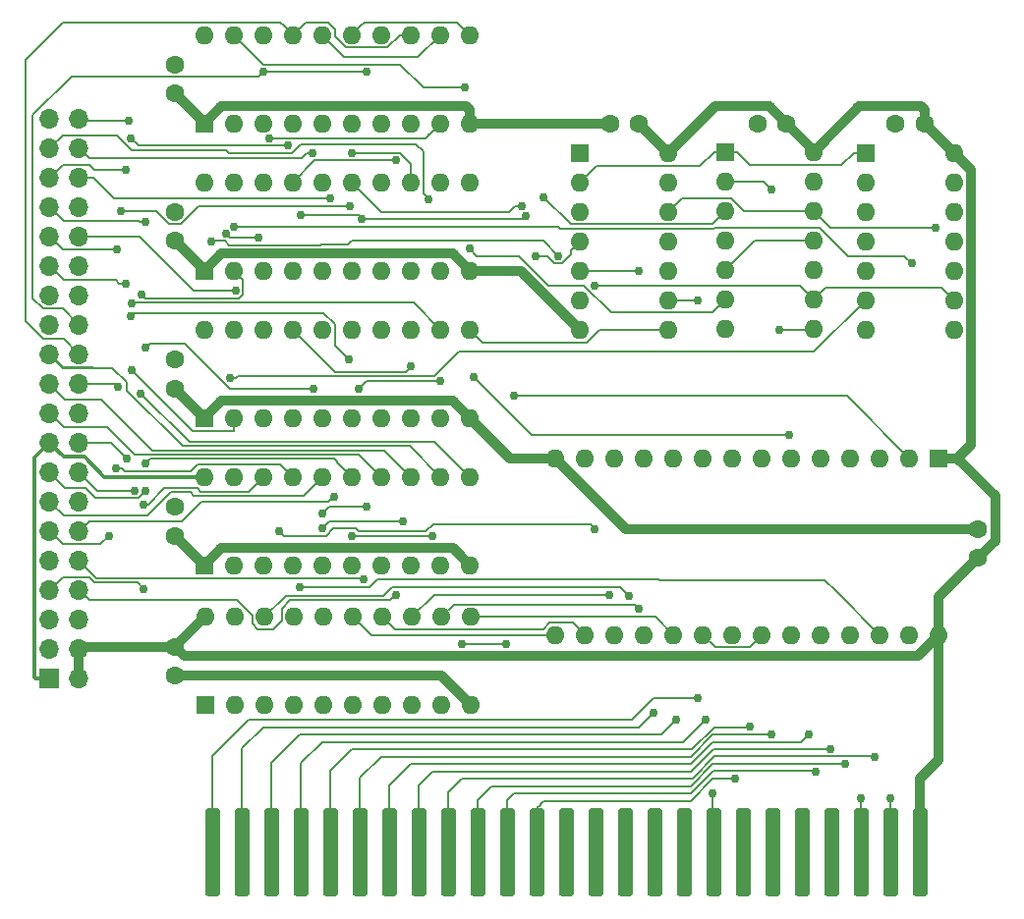
<source format=gbr>
G04 #@! TF.GenerationSoftware,KiCad,Pcbnew,(5.0.2)-1*
G04 #@! TF.CreationDate,2021-01-10T23:41:09-05:00*
G04 #@! TF.ProjectId,Apple2IORPi,4170706c-6532-4494-9f52-50692e6b6963,0.4*
G04 #@! TF.SameCoordinates,Original*
G04 #@! TF.FileFunction,Copper,L1,Top*
G04 #@! TF.FilePolarity,Positive*
%FSLAX46Y46*%
G04 Gerber Fmt 4.6, Leading zero omitted, Abs format (unit mm)*
G04 Created by KiCad (PCBNEW (5.0.2)-1) date 2021-01-10 23:41:09*
%MOMM*%
%LPD*%
G01*
G04 APERTURE LIST*
G04 #@! TA.AperFunction,ComponentPad*
%ADD10R,1.600000X1.600000*%
G04 #@! TD*
G04 #@! TA.AperFunction,ComponentPad*
%ADD11O,1.600000X1.600000*%
G04 #@! TD*
G04 #@! TA.AperFunction,ComponentPad*
%ADD12R,1.700000X1.700000*%
G04 #@! TD*
G04 #@! TA.AperFunction,ComponentPad*
%ADD13O,1.700000X1.700000*%
G04 #@! TD*
G04 #@! TA.AperFunction,ComponentPad*
%ADD14C,1.600000*%
G04 #@! TD*
G04 #@! TA.AperFunction,Conductor*
%ADD15C,0.100000*%
G04 #@! TD*
G04 #@! TA.AperFunction,ConnectorPad*
%ADD16C,1.270000*%
G04 #@! TD*
G04 #@! TA.AperFunction,ViaPad*
%ADD17C,0.762000*%
G04 #@! TD*
G04 #@! TA.AperFunction,Conductor*
%ADD18C,0.177800*%
G04 #@! TD*
G04 #@! TA.AperFunction,Conductor*
%ADD19C,0.812800*%
G04 #@! TD*
G04 #@! TA.AperFunction,Conductor*
%ADD20C,0.355600*%
G04 #@! TD*
G04 APERTURE END LIST*
D10*
G04 #@! TO.P,U5,1*
G04 #@! TO.N,Net-(C1-Pad2)*
X123825000Y-78105000D03*
D11*
G04 #@! TO.P,U5,11*
G04 #@! TO.N,Net-(U3-Pad8)*
X146685000Y-70485000D03*
G04 #@! TO.P,U5,2*
G04 #@! TO.N,Net-(J1-Pad31)*
X126365000Y-78105000D03*
G04 #@! TO.P,U5,12*
G04 #@! TO.N,Net-(J1-Pad40)*
X144145000Y-70485000D03*
G04 #@! TO.P,U5,3*
G04 #@! TO.N,Net-(U0-Pad18)*
X128905000Y-78105000D03*
G04 #@! TO.P,U5,13*
G04 #@! TO.N,Net-(U0-Pad14)*
X141605000Y-70485000D03*
G04 #@! TO.P,U5,4*
G04 #@! TO.N,Net-(U0-Pad17)*
X131445000Y-78105000D03*
G04 #@! TO.P,U5,14*
G04 #@! TO.N,Net-(U0-Pad13)*
X139065000Y-70485000D03*
G04 #@! TO.P,U5,5*
G04 #@! TO.N,Net-(J1-Pad33)*
X133985000Y-78105000D03*
G04 #@! TO.P,U5,15*
G04 #@! TO.N,Net-(J1-Pad38)*
X136525000Y-70485000D03*
G04 #@! TO.P,U5,6*
G04 #@! TO.N,Net-(J1-Pad35)*
X136525000Y-78105000D03*
G04 #@! TO.P,U5,16*
G04 #@! TO.N,Net-(J1-Pad36)*
X133985000Y-70485000D03*
G04 #@! TO.P,U5,7*
G04 #@! TO.N,Net-(U0-Pad16)*
X139065000Y-78105000D03*
G04 #@! TO.P,U5,17*
G04 #@! TO.N,Net-(U0-Pad12)*
X131445000Y-70485000D03*
G04 #@! TO.P,U5,8*
G04 #@! TO.N,Net-(U0-Pad15)*
X141605000Y-78105000D03*
G04 #@! TO.P,U5,18*
G04 #@! TO.N,Net-(U0-Pad11)*
X128905000Y-70485000D03*
G04 #@! TO.P,U5,9*
G04 #@! TO.N,Net-(J1-Pad37)*
X144145000Y-78105000D03*
G04 #@! TO.P,U5,19*
G04 #@! TO.N,Net-(J1-Pad32)*
X126365000Y-70485000D03*
G04 #@! TO.P,U5,10*
G04 #@! TO.N,Net-(C1-Pad2)*
X146685000Y-78105000D03*
G04 #@! TO.P,U5,20*
G04 #@! TO.N,Net-(C5-Pad1)*
X123825000Y-70485000D03*
G04 #@! TD*
D12*
G04 #@! TO.P,J1,1*
G04 #@! TO.N,Net-(C5-Pad1)*
X110490000Y-100584000D03*
D13*
G04 #@! TO.P,J1,2*
G04 #@! TO.N,Net-(C1-Pad1)*
X113030000Y-100584000D03*
G04 #@! TO.P,J1,3*
G04 #@! TO.N,Net-(J1-Pad3)*
X110490000Y-98044000D03*
G04 #@! TO.P,J1,4*
G04 #@! TO.N,Net-(C1-Pad1)*
X113030000Y-98044000D03*
G04 #@! TO.P,J1,5*
G04 #@! TO.N,Net-(J1-Pad5)*
X110490000Y-95504000D03*
G04 #@! TO.P,J1,6*
G04 #@! TO.N,Net-(C1-Pad2)*
X113030000Y-95504000D03*
G04 #@! TO.P,J1,7*
G04 #@! TO.N,Net-(J1-Pad7)*
X110490000Y-92964000D03*
G04 #@! TO.P,J1,8*
G04 #@! TO.N,Net-(J1-Pad8)*
X113030000Y-92964000D03*
G04 #@! TO.P,J1,9*
G04 #@! TO.N,Net-(C1-Pad2)*
X110490000Y-90424000D03*
G04 #@! TO.P,J1,10*
G04 #@! TO.N,Net-(J1-Pad10)*
X113030000Y-90424000D03*
G04 #@! TO.P,J1,11*
G04 #@! TO.N,Net-(J1-Pad11)*
X110490000Y-87884000D03*
G04 #@! TO.P,J1,12*
G04 #@! TO.N,Net-(J1-Pad12)*
X113030000Y-87884000D03*
G04 #@! TO.P,J1,13*
G04 #@! TO.N,Net-(J1-Pad13)*
X110490000Y-85344000D03*
G04 #@! TO.P,J1,14*
G04 #@! TO.N,Net-(C1-Pad2)*
X113030000Y-85344000D03*
G04 #@! TO.P,J1,15*
G04 #@! TO.N,Net-(J1-Pad15)*
X110490000Y-82804000D03*
G04 #@! TO.P,J1,16*
G04 #@! TO.N,Net-(J1-Pad16)*
X113030000Y-82804000D03*
G04 #@! TO.P,J1,17*
G04 #@! TO.N,Net-(C5-Pad1)*
X110490000Y-80264000D03*
G04 #@! TO.P,J1,18*
G04 #@! TO.N,Net-(J1-Pad18)*
X113030000Y-80264000D03*
G04 #@! TO.P,J1,19*
G04 #@! TO.N,Net-(J1-Pad19)*
X110490000Y-77724000D03*
G04 #@! TO.P,J1,20*
G04 #@! TO.N,Net-(C1-Pad2)*
X113030000Y-77724000D03*
G04 #@! TO.P,J1,21*
G04 #@! TO.N,Net-(J1-Pad21)*
X110490000Y-75184000D03*
G04 #@! TO.P,J1,22*
G04 #@! TO.N,Net-(J1-Pad22)*
X113030000Y-75184000D03*
G04 #@! TO.P,J1,23*
G04 #@! TO.N,Net-(J1-Pad23)*
X110490000Y-72644000D03*
G04 #@! TO.P,J1,24*
G04 #@! TO.N,Net-(J1-Pad24)*
X113030000Y-72644000D03*
G04 #@! TO.P,J1,25*
G04 #@! TO.N,Net-(C1-Pad2)*
X110490000Y-70104000D03*
G04 #@! TO.P,J1,26*
G04 #@! TO.N,Net-(J1-Pad26)*
X113030000Y-70104000D03*
G04 #@! TO.P,J1,27*
G04 #@! TO.N,Net-(J1-Pad27)*
X110490000Y-67564000D03*
G04 #@! TO.P,J1,28*
G04 #@! TO.N,Net-(J1-Pad28)*
X113030000Y-67564000D03*
G04 #@! TO.P,J1,29*
G04 #@! TO.N,Net-(J1-Pad29)*
X110490000Y-65024000D03*
G04 #@! TO.P,J1,30*
G04 #@! TO.N,Net-(C1-Pad2)*
X113030000Y-65024000D03*
G04 #@! TO.P,J1,31*
G04 #@! TO.N,Net-(J1-Pad31)*
X110490000Y-62484000D03*
G04 #@! TO.P,J1,32*
G04 #@! TO.N,Net-(J1-Pad32)*
X113030000Y-62484000D03*
G04 #@! TO.P,J1,33*
G04 #@! TO.N,Net-(J1-Pad33)*
X110490000Y-59944000D03*
G04 #@! TO.P,J1,34*
G04 #@! TO.N,Net-(C1-Pad2)*
X113030000Y-59944000D03*
G04 #@! TO.P,J1,35*
G04 #@! TO.N,Net-(J1-Pad35)*
X110490000Y-57404000D03*
G04 #@! TO.P,J1,36*
G04 #@! TO.N,Net-(J1-Pad36)*
X113030000Y-57404000D03*
G04 #@! TO.P,J1,37*
G04 #@! TO.N,Net-(J1-Pad37)*
X110490000Y-54864000D03*
G04 #@! TO.P,J1,38*
G04 #@! TO.N,Net-(J1-Pad38)*
X113030000Y-54864000D03*
G04 #@! TO.P,J1,39*
G04 #@! TO.N,Net-(C1-Pad2)*
X110490000Y-52324000D03*
G04 #@! TO.P,J1,40*
G04 #@! TO.N,Net-(J1-Pad40)*
X113030000Y-52324000D03*
G04 #@! TD*
D14*
G04 #@! TO.P,C6,1*
G04 #@! TO.N,Net-(C5-Pad1)*
X121285000Y-73065000D03*
G04 #@! TO.P,C6,2*
G04 #@! TO.N,Net-(C1-Pad2)*
X121285000Y-75565000D03*
G04 #@! TD*
G04 #@! TO.P,C5,1*
G04 #@! TO.N,Net-(C5-Pad1)*
X121285000Y-85765000D03*
G04 #@! TO.P,C5,2*
G04 #@! TO.N,Net-(C1-Pad2)*
X121285000Y-88265000D03*
G04 #@! TD*
G04 #@! TO.P,C1,1*
G04 #@! TO.N,Net-(C1-Pad1)*
X121285000Y-97830000D03*
G04 #@! TO.P,C1,2*
G04 #@! TO.N,Net-(C1-Pad2)*
X121285000Y-100330000D03*
G04 #@! TD*
G04 #@! TO.P,C4,1*
G04 #@! TO.N,Net-(C1-Pad1)*
X161290000Y-52705000D03*
G04 #@! TO.P,C4,2*
G04 #@! TO.N,Net-(C1-Pad2)*
X158790000Y-52705000D03*
G04 #@! TD*
G04 #@! TO.P,C3,1*
G04 #@! TO.N,Net-(C1-Pad1)*
X185851800Y-52705000D03*
G04 #@! TO.P,C3,2*
G04 #@! TO.N,Net-(C1-Pad2)*
X183351800Y-52705000D03*
G04 #@! TD*
G04 #@! TO.P,C2,1*
G04 #@! TO.N,Net-(C1-Pad1)*
X190500000Y-90170000D03*
G04 #@! TO.P,C2,2*
G04 #@! TO.N,Net-(C1-Pad2)*
X190500000Y-87670000D03*
G04 #@! TD*
G04 #@! TO.P,C7,1*
G04 #@! TO.N,Net-(C5-Pad1)*
X121285000Y-47625000D03*
G04 #@! TO.P,C7,2*
G04 #@! TO.N,Net-(C1-Pad2)*
X121285000Y-50125000D03*
G04 #@! TD*
G04 #@! TO.P,C8,1*
G04 #@! TO.N,Net-(C5-Pad1)*
X121285000Y-60325000D03*
G04 #@! TO.P,C8,2*
G04 #@! TO.N,Net-(C1-Pad2)*
X121285000Y-62825000D03*
G04 #@! TD*
G04 #@! TO.P,C9,1*
G04 #@! TO.N,Net-(C1-Pad1)*
X173990000Y-52705000D03*
G04 #@! TO.P,C9,2*
G04 #@! TO.N,Net-(C1-Pad2)*
X171490000Y-52705000D03*
G04 #@! TD*
D11*
G04 #@! TO.P,U8,14*
G04 #@! TO.N,Net-(C1-Pad1)*
X176326800Y-55168800D03*
G04 #@! TO.P,U8,7*
G04 #@! TO.N,Net-(C1-Pad2)*
X168706800Y-70408800D03*
G04 #@! TO.P,U8,13*
G04 #@! TO.N,Net-(J0-Pad5)*
X176326800Y-57708800D03*
G04 #@! TO.P,U8,6*
G04 #@! TO.N,Net-(U7-Pad11)*
X168706800Y-67868800D03*
G04 #@! TO.P,U8,12*
G04 #@! TO.N,Net-(U2-Pad8)*
X176326800Y-60248800D03*
G04 #@! TO.P,U8,5*
G04 #@! TO.N,Net-(U8-Pad11)*
X168706800Y-65328800D03*
G04 #@! TO.P,U8,11*
X176326800Y-62788800D03*
G04 #@! TO.P,U8,4*
G04 #@! TO.N,Net-(J0-Pad41)*
X168706800Y-62788800D03*
G04 #@! TO.P,U8,10*
G04 #@! TO.N,Net-(J0-Pad4)*
X176326800Y-65328800D03*
G04 #@! TO.P,U8,3*
G04 #@! TO.N,Net-(U6-Pad19)*
X168706800Y-60248800D03*
G04 #@! TO.P,U8,9*
G04 #@! TO.N,Net-(U0-Pad1)*
X176326800Y-67868800D03*
G04 #@! TO.P,U8,2*
G04 #@! TO.N,Net-(U8-Pad2)*
X168706800Y-57708800D03*
G04 #@! TO.P,U8,8*
X176326800Y-70408800D03*
D10*
G04 #@! TO.P,U8,1*
G04 #@! TO.N,Net-(J0-Pad41)*
X168706800Y-55168800D03*
G04 #@! TD*
D11*
G04 #@! TO.P,U6,20*
G04 #@! TO.N,Net-(C5-Pad1)*
X123825000Y-45085000D03*
G04 #@! TO.P,U6,10*
G04 #@! TO.N,Net-(C1-Pad2)*
X146685000Y-52705000D03*
G04 #@! TO.P,U6,19*
G04 #@! TO.N,Net-(U6-Pad19)*
X126365000Y-45085000D03*
G04 #@! TO.P,U6,9*
G04 #@! TO.N,Net-(U0-Pad11)*
X144145000Y-52705000D03*
G04 #@! TO.P,U6,18*
G04 #@! TO.N,Net-(J1-Pad26)*
X128905000Y-45085000D03*
G04 #@! TO.P,U6,8*
G04 #@! TO.N,Net-(U0-Pad12)*
X141605000Y-52705000D03*
G04 #@! TO.P,U6,17*
G04 #@! TO.N,Net-(J1-Pad24)*
X131445000Y-45085000D03*
G04 #@! TO.P,U6,7*
G04 #@! TO.N,Net-(U0-Pad13)*
X139065000Y-52705000D03*
G04 #@! TO.P,U6,16*
G04 #@! TO.N,Net-(J1-Pad22)*
X133985000Y-45085000D03*
G04 #@! TO.P,U6,6*
G04 #@! TO.N,Net-(U0-Pad14)*
X136525000Y-52705000D03*
G04 #@! TO.P,U6,15*
G04 #@! TO.N,Net-(J1-Pad18)*
X136525000Y-45085000D03*
G04 #@! TO.P,U6,5*
G04 #@! TO.N,Net-(U0-Pad15)*
X133985000Y-52705000D03*
G04 #@! TO.P,U6,14*
G04 #@! TO.N,Net-(J1-Pad26)*
X139065000Y-45085000D03*
G04 #@! TO.P,U6,4*
G04 #@! TO.N,Net-(U0-Pad16)*
X131445000Y-52705000D03*
G04 #@! TO.P,U6,13*
G04 #@! TO.N,Net-(J1-Pad24)*
X141605000Y-45085000D03*
G04 #@! TO.P,U6,3*
G04 #@! TO.N,Net-(U0-Pad17)*
X128905000Y-52705000D03*
G04 #@! TO.P,U6,12*
G04 #@! TO.N,Net-(J1-Pad22)*
X144145000Y-45085000D03*
G04 #@! TO.P,U6,2*
G04 #@! TO.N,Net-(U0-Pad18)*
X126365000Y-52705000D03*
G04 #@! TO.P,U6,11*
G04 #@! TO.N,Net-(J1-Pad18)*
X146685000Y-45085000D03*
D10*
G04 #@! TO.P,U6,1*
G04 #@! TO.N,Net-(C1-Pad2)*
X123825000Y-52705000D03*
G04 #@! TD*
G04 #@! TO.P,U7,1*
G04 #@! TO.N,Net-(C1-Pad2)*
X123825000Y-65405000D03*
D11*
G04 #@! TO.P,U7,11*
G04 #@! TO.N,Net-(U7-Pad11)*
X146685000Y-57785000D03*
G04 #@! TO.P,U7,2*
G04 #@! TO.N,Net-(J1-Pad16)*
X126365000Y-65405000D03*
G04 #@! TO.P,U7,12*
G04 #@! TO.N,Net-(U1-Pad23)*
X144145000Y-57785000D03*
G04 #@! TO.P,U7,3*
G04 #@! TO.N,Net-(U0-Pad18)*
X128905000Y-65405000D03*
G04 #@! TO.P,U7,13*
G04 #@! TO.N,Net-(U0-Pad14)*
X141605000Y-57785000D03*
G04 #@! TO.P,U7,4*
G04 #@! TO.N,Net-(U0-Pad17)*
X131445000Y-65405000D03*
G04 #@! TO.P,U7,14*
G04 #@! TO.N,Net-(U0-Pad13)*
X139065000Y-57785000D03*
G04 #@! TO.P,U7,5*
G04 #@! TO.N,Net-(J1-Pad12)*
X133985000Y-65405000D03*
G04 #@! TO.P,U7,15*
G04 #@! TO.N,Net-(U1-Pad2)*
X136525000Y-57785000D03*
G04 #@! TO.P,U7,6*
G04 #@! TO.N,Net-(J1-Pad10)*
X136525000Y-65405000D03*
G04 #@! TO.P,U7,16*
G04 #@! TO.N,Net-(U1-Pad26)*
X133985000Y-57785000D03*
G04 #@! TO.P,U7,7*
G04 #@! TO.N,Net-(U0-Pad16)*
X139065000Y-65405000D03*
G04 #@! TO.P,U7,17*
G04 #@! TO.N,Net-(U0-Pad12)*
X131445000Y-57785000D03*
G04 #@! TO.P,U7,8*
G04 #@! TO.N,Net-(U0-Pad15)*
X141605000Y-65405000D03*
G04 #@! TO.P,U7,18*
G04 #@! TO.N,Net-(U0-Pad11)*
X128905000Y-57785000D03*
G04 #@! TO.P,U7,9*
G04 #@! TO.N,Net-(J1-Pad8)*
X144145000Y-65405000D03*
G04 #@! TO.P,U7,19*
G04 #@! TO.N,Net-(U1-Pad27)*
X126365000Y-57785000D03*
G04 #@! TO.P,U7,10*
G04 #@! TO.N,Net-(C1-Pad2)*
X146685000Y-65405000D03*
G04 #@! TO.P,U7,20*
G04 #@! TO.N,Net-(C5-Pad1)*
X123825000Y-57785000D03*
G04 #@! TD*
D10*
G04 #@! TO.P,U1,1*
G04 #@! TO.N,Net-(C1-Pad1)*
X187101925Y-81586962D03*
D11*
G04 #@! TO.P,U1,15*
G04 #@! TO.N,Net-(U0-Pad15)*
X154081925Y-96826962D03*
G04 #@! TO.P,U1,2*
G04 #@! TO.N,Net-(U1-Pad2)*
X184561925Y-81586962D03*
G04 #@! TO.P,U1,16*
G04 #@! TO.N,Net-(U0-Pad14)*
X156621925Y-96826962D03*
G04 #@! TO.P,U1,3*
G04 #@! TO.N,Net-(J0-Pad9)*
X182021925Y-81586962D03*
G04 #@! TO.P,U1,17*
G04 #@! TO.N,Net-(U0-Pad13)*
X159161925Y-96826962D03*
G04 #@! TO.P,U1,4*
G04 #@! TO.N,Net-(J0-Pad8)*
X179481925Y-81586962D03*
G04 #@! TO.P,U1,18*
G04 #@! TO.N,Net-(U0-Pad12)*
X161701925Y-96826962D03*
G04 #@! TO.P,U1,5*
G04 #@! TO.N,Net-(J0-Pad7)*
X176941925Y-81586962D03*
G04 #@! TO.P,U1,19*
G04 #@! TO.N,Net-(U0-Pad11)*
X164241925Y-96826962D03*
G04 #@! TO.P,U1,6*
G04 #@! TO.N,Net-(J0-Pad6)*
X174401925Y-81586962D03*
G04 #@! TO.P,U1,20*
G04 #@! TO.N,Net-(J0-Pad1)*
X166781925Y-96826962D03*
G04 #@! TO.P,U1,7*
G04 #@! TO.N,Net-(J0-Pad5)*
X171861925Y-81586962D03*
G04 #@! TO.P,U1,21*
G04 #@! TO.N,Net-(J0-Pad12)*
X169321925Y-96826962D03*
G04 #@! TO.P,U1,8*
G04 #@! TO.N,Net-(J0-Pad4)*
X169321925Y-81586962D03*
G04 #@! TO.P,U1,22*
G04 #@! TO.N,Net-(J0-Pad1)*
X171861925Y-96826962D03*
G04 #@! TO.P,U1,9*
G04 #@! TO.N,Net-(J0-Pad3)*
X166781925Y-81586962D03*
G04 #@! TO.P,U1,23*
G04 #@! TO.N,Net-(U1-Pad23)*
X174401925Y-96826962D03*
G04 #@! TO.P,U1,10*
G04 #@! TO.N,Net-(J0-Pad2)*
X164241925Y-81586962D03*
G04 #@! TO.P,U1,24*
G04 #@! TO.N,Net-(J0-Pad11)*
X176941925Y-96826962D03*
G04 #@! TO.P,U1,11*
G04 #@! TO.N,Net-(U0-Pad18)*
X161701925Y-81586962D03*
G04 #@! TO.P,U1,25*
G04 #@! TO.N,Net-(J0-Pad10)*
X179481925Y-96826962D03*
G04 #@! TO.P,U1,12*
G04 #@! TO.N,Net-(U0-Pad17)*
X159161925Y-81586962D03*
G04 #@! TO.P,U1,26*
G04 #@! TO.N,Net-(U1-Pad26)*
X182021925Y-96826962D03*
G04 #@! TO.P,U1,13*
G04 #@! TO.N,Net-(U0-Pad16)*
X156621925Y-81586962D03*
G04 #@! TO.P,U1,27*
G04 #@! TO.N,Net-(U1-Pad27)*
X184561925Y-96826962D03*
G04 #@! TO.P,U1,14*
G04 #@! TO.N,Net-(C1-Pad2)*
X154081925Y-81586962D03*
G04 #@! TO.P,U1,28*
G04 #@! TO.N,Net-(C1-Pad1)*
X187101925Y-96826962D03*
G04 #@! TD*
D15*
G04 #@! TO.N,Net-(C1-Pad1)*
G04 #@! TO.C,J0*
G36*
X185843621Y-111761529D02*
X185874442Y-111766101D01*
X185904666Y-111773671D01*
X185934003Y-111784168D01*
X185962169Y-111797490D01*
X185988895Y-111813508D01*
X186013921Y-111832069D01*
X186037007Y-111852994D01*
X186057932Y-111876080D01*
X186076493Y-111901106D01*
X186092511Y-111927832D01*
X186105833Y-111955998D01*
X186116330Y-111985335D01*
X186123900Y-112015559D01*
X186128472Y-112046380D01*
X186130001Y-112077500D01*
X186130001Y-119062500D01*
X186128472Y-119093620D01*
X186123900Y-119124441D01*
X186116330Y-119154665D01*
X186105833Y-119184002D01*
X186092511Y-119212168D01*
X186076493Y-119238894D01*
X186057932Y-119263920D01*
X186037007Y-119287006D01*
X186013921Y-119307931D01*
X185988895Y-119326492D01*
X185962169Y-119342510D01*
X185934003Y-119355832D01*
X185904666Y-119366329D01*
X185874442Y-119373899D01*
X185843621Y-119378471D01*
X185812501Y-119380000D01*
X185177501Y-119380000D01*
X185146381Y-119378471D01*
X185115560Y-119373899D01*
X185085336Y-119366329D01*
X185055999Y-119355832D01*
X185027833Y-119342510D01*
X185001107Y-119326492D01*
X184976081Y-119307931D01*
X184952995Y-119287006D01*
X184932070Y-119263920D01*
X184913509Y-119238894D01*
X184897491Y-119212168D01*
X184884169Y-119184002D01*
X184873672Y-119154665D01*
X184866102Y-119124441D01*
X184861530Y-119093620D01*
X184860001Y-119062500D01*
X184860001Y-112077500D01*
X184861530Y-112046380D01*
X184866102Y-112015559D01*
X184873672Y-111985335D01*
X184884169Y-111955998D01*
X184897491Y-111927832D01*
X184913509Y-111901106D01*
X184932070Y-111876080D01*
X184952995Y-111852994D01*
X184976081Y-111832069D01*
X185001107Y-111813508D01*
X185027833Y-111797490D01*
X185055999Y-111784168D01*
X185085336Y-111773671D01*
X185115560Y-111766101D01*
X185146381Y-111761529D01*
X185177501Y-111760000D01*
X185812501Y-111760000D01*
X185843621Y-111761529D01*
X185843621Y-111761529D01*
G37*
D16*
G04 #@! TD*
G04 #@! TO.P,J0,25*
G04 #@! TO.N,Net-(C1-Pad1)*
X185495001Y-115570000D03*
D15*
G04 #@! TO.N,Net-(J0-Pad24)*
G04 #@! TO.C,J0*
G36*
X183303621Y-111761529D02*
X183334442Y-111766101D01*
X183364666Y-111773671D01*
X183394003Y-111784168D01*
X183422169Y-111797490D01*
X183448895Y-111813508D01*
X183473921Y-111832069D01*
X183497007Y-111852994D01*
X183517932Y-111876080D01*
X183536493Y-111901106D01*
X183552511Y-111927832D01*
X183565833Y-111955998D01*
X183576330Y-111985335D01*
X183583900Y-112015559D01*
X183588472Y-112046380D01*
X183590001Y-112077500D01*
X183590001Y-119062500D01*
X183588472Y-119093620D01*
X183583900Y-119124441D01*
X183576330Y-119154665D01*
X183565833Y-119184002D01*
X183552511Y-119212168D01*
X183536493Y-119238894D01*
X183517932Y-119263920D01*
X183497007Y-119287006D01*
X183473921Y-119307931D01*
X183448895Y-119326492D01*
X183422169Y-119342510D01*
X183394003Y-119355832D01*
X183364666Y-119366329D01*
X183334442Y-119373899D01*
X183303621Y-119378471D01*
X183272501Y-119380000D01*
X182637501Y-119380000D01*
X182606381Y-119378471D01*
X182575560Y-119373899D01*
X182545336Y-119366329D01*
X182515999Y-119355832D01*
X182487833Y-119342510D01*
X182461107Y-119326492D01*
X182436081Y-119307931D01*
X182412995Y-119287006D01*
X182392070Y-119263920D01*
X182373509Y-119238894D01*
X182357491Y-119212168D01*
X182344169Y-119184002D01*
X182333672Y-119154665D01*
X182326102Y-119124441D01*
X182321530Y-119093620D01*
X182320001Y-119062500D01*
X182320001Y-112077500D01*
X182321530Y-112046380D01*
X182326102Y-112015559D01*
X182333672Y-111985335D01*
X182344169Y-111955998D01*
X182357491Y-111927832D01*
X182373509Y-111901106D01*
X182392070Y-111876080D01*
X182412995Y-111852994D01*
X182436081Y-111832069D01*
X182461107Y-111813508D01*
X182487833Y-111797490D01*
X182515999Y-111784168D01*
X182545336Y-111773671D01*
X182575560Y-111766101D01*
X182606381Y-111761529D01*
X182637501Y-111760000D01*
X183272501Y-111760000D01*
X183303621Y-111761529D01*
X183303621Y-111761529D01*
G37*
D16*
G04 #@! TD*
G04 #@! TO.P,J0,24*
G04 #@! TO.N,Net-(J0-Pad24)*
X182955001Y-115570000D03*
D15*
G04 #@! TO.N,Net-(J0-Pad23)*
G04 #@! TO.C,J0*
G36*
X180763621Y-111761529D02*
X180794442Y-111766101D01*
X180824666Y-111773671D01*
X180854003Y-111784168D01*
X180882169Y-111797490D01*
X180908895Y-111813508D01*
X180933921Y-111832069D01*
X180957007Y-111852994D01*
X180977932Y-111876080D01*
X180996493Y-111901106D01*
X181012511Y-111927832D01*
X181025833Y-111955998D01*
X181036330Y-111985335D01*
X181043900Y-112015559D01*
X181048472Y-112046380D01*
X181050001Y-112077500D01*
X181050001Y-119062500D01*
X181048472Y-119093620D01*
X181043900Y-119124441D01*
X181036330Y-119154665D01*
X181025833Y-119184002D01*
X181012511Y-119212168D01*
X180996493Y-119238894D01*
X180977932Y-119263920D01*
X180957007Y-119287006D01*
X180933921Y-119307931D01*
X180908895Y-119326492D01*
X180882169Y-119342510D01*
X180854003Y-119355832D01*
X180824666Y-119366329D01*
X180794442Y-119373899D01*
X180763621Y-119378471D01*
X180732501Y-119380000D01*
X180097501Y-119380000D01*
X180066381Y-119378471D01*
X180035560Y-119373899D01*
X180005336Y-119366329D01*
X179975999Y-119355832D01*
X179947833Y-119342510D01*
X179921107Y-119326492D01*
X179896081Y-119307931D01*
X179872995Y-119287006D01*
X179852070Y-119263920D01*
X179833509Y-119238894D01*
X179817491Y-119212168D01*
X179804169Y-119184002D01*
X179793672Y-119154665D01*
X179786102Y-119124441D01*
X179781530Y-119093620D01*
X179780001Y-119062500D01*
X179780001Y-112077500D01*
X179781530Y-112046380D01*
X179786102Y-112015559D01*
X179793672Y-111985335D01*
X179804169Y-111955998D01*
X179817491Y-111927832D01*
X179833509Y-111901106D01*
X179852070Y-111876080D01*
X179872995Y-111852994D01*
X179896081Y-111832069D01*
X179921107Y-111813508D01*
X179947833Y-111797490D01*
X179975999Y-111784168D01*
X180005336Y-111773671D01*
X180035560Y-111766101D01*
X180066381Y-111761529D01*
X180097501Y-111760000D01*
X180732501Y-111760000D01*
X180763621Y-111761529D01*
X180763621Y-111761529D01*
G37*
D16*
G04 #@! TD*
G04 #@! TO.P,J0,23*
G04 #@! TO.N,Net-(J0-Pad23)*
X180415001Y-115570000D03*
D15*
G04 #@! TO.N,Net-(J0-Pad22)*
G04 #@! TO.C,J0*
G36*
X178223621Y-111761529D02*
X178254442Y-111766101D01*
X178284666Y-111773671D01*
X178314003Y-111784168D01*
X178342169Y-111797490D01*
X178368895Y-111813508D01*
X178393921Y-111832069D01*
X178417007Y-111852994D01*
X178437932Y-111876080D01*
X178456493Y-111901106D01*
X178472511Y-111927832D01*
X178485833Y-111955998D01*
X178496330Y-111985335D01*
X178503900Y-112015559D01*
X178508472Y-112046380D01*
X178510001Y-112077500D01*
X178510001Y-119062500D01*
X178508472Y-119093620D01*
X178503900Y-119124441D01*
X178496330Y-119154665D01*
X178485833Y-119184002D01*
X178472511Y-119212168D01*
X178456493Y-119238894D01*
X178437932Y-119263920D01*
X178417007Y-119287006D01*
X178393921Y-119307931D01*
X178368895Y-119326492D01*
X178342169Y-119342510D01*
X178314003Y-119355832D01*
X178284666Y-119366329D01*
X178254442Y-119373899D01*
X178223621Y-119378471D01*
X178192501Y-119380000D01*
X177557501Y-119380000D01*
X177526381Y-119378471D01*
X177495560Y-119373899D01*
X177465336Y-119366329D01*
X177435999Y-119355832D01*
X177407833Y-119342510D01*
X177381107Y-119326492D01*
X177356081Y-119307931D01*
X177332995Y-119287006D01*
X177312070Y-119263920D01*
X177293509Y-119238894D01*
X177277491Y-119212168D01*
X177264169Y-119184002D01*
X177253672Y-119154665D01*
X177246102Y-119124441D01*
X177241530Y-119093620D01*
X177240001Y-119062500D01*
X177240001Y-112077500D01*
X177241530Y-112046380D01*
X177246102Y-112015559D01*
X177253672Y-111985335D01*
X177264169Y-111955998D01*
X177277491Y-111927832D01*
X177293509Y-111901106D01*
X177312070Y-111876080D01*
X177332995Y-111852994D01*
X177356081Y-111832069D01*
X177381107Y-111813508D01*
X177407833Y-111797490D01*
X177435999Y-111784168D01*
X177465336Y-111773671D01*
X177495560Y-111766101D01*
X177526381Y-111761529D01*
X177557501Y-111760000D01*
X178192501Y-111760000D01*
X178223621Y-111761529D01*
X178223621Y-111761529D01*
G37*
D16*
G04 #@! TD*
G04 #@! TO.P,J0,22*
G04 #@! TO.N,Net-(J0-Pad22)*
X177875001Y-115570000D03*
D15*
G04 #@! TO.N,Net-(J0-Pad21)*
G04 #@! TO.C,J0*
G36*
X175683621Y-111761529D02*
X175714442Y-111766101D01*
X175744666Y-111773671D01*
X175774003Y-111784168D01*
X175802169Y-111797490D01*
X175828895Y-111813508D01*
X175853921Y-111832069D01*
X175877007Y-111852994D01*
X175897932Y-111876080D01*
X175916493Y-111901106D01*
X175932511Y-111927832D01*
X175945833Y-111955998D01*
X175956330Y-111985335D01*
X175963900Y-112015559D01*
X175968472Y-112046380D01*
X175970001Y-112077500D01*
X175970001Y-119062500D01*
X175968472Y-119093620D01*
X175963900Y-119124441D01*
X175956330Y-119154665D01*
X175945833Y-119184002D01*
X175932511Y-119212168D01*
X175916493Y-119238894D01*
X175897932Y-119263920D01*
X175877007Y-119287006D01*
X175853921Y-119307931D01*
X175828895Y-119326492D01*
X175802169Y-119342510D01*
X175774003Y-119355832D01*
X175744666Y-119366329D01*
X175714442Y-119373899D01*
X175683621Y-119378471D01*
X175652501Y-119380000D01*
X175017501Y-119380000D01*
X174986381Y-119378471D01*
X174955560Y-119373899D01*
X174925336Y-119366329D01*
X174895999Y-119355832D01*
X174867833Y-119342510D01*
X174841107Y-119326492D01*
X174816081Y-119307931D01*
X174792995Y-119287006D01*
X174772070Y-119263920D01*
X174753509Y-119238894D01*
X174737491Y-119212168D01*
X174724169Y-119184002D01*
X174713672Y-119154665D01*
X174706102Y-119124441D01*
X174701530Y-119093620D01*
X174700001Y-119062500D01*
X174700001Y-112077500D01*
X174701530Y-112046380D01*
X174706102Y-112015559D01*
X174713672Y-111985335D01*
X174724169Y-111955998D01*
X174737491Y-111927832D01*
X174753509Y-111901106D01*
X174772070Y-111876080D01*
X174792995Y-111852994D01*
X174816081Y-111832069D01*
X174841107Y-111813508D01*
X174867833Y-111797490D01*
X174895999Y-111784168D01*
X174925336Y-111773671D01*
X174955560Y-111766101D01*
X174986381Y-111761529D01*
X175017501Y-111760000D01*
X175652501Y-111760000D01*
X175683621Y-111761529D01*
X175683621Y-111761529D01*
G37*
D16*
G04 #@! TD*
G04 #@! TO.P,J0,21*
G04 #@! TO.N,Net-(J0-Pad21)*
X175335001Y-115570000D03*
D15*
G04 #@! TO.N,Net-(J0-Pad20)*
G04 #@! TO.C,J0*
G36*
X173143621Y-111761529D02*
X173174442Y-111766101D01*
X173204666Y-111773671D01*
X173234003Y-111784168D01*
X173262169Y-111797490D01*
X173288895Y-111813508D01*
X173313921Y-111832069D01*
X173337007Y-111852994D01*
X173357932Y-111876080D01*
X173376493Y-111901106D01*
X173392511Y-111927832D01*
X173405833Y-111955998D01*
X173416330Y-111985335D01*
X173423900Y-112015559D01*
X173428472Y-112046380D01*
X173430001Y-112077500D01*
X173430001Y-119062500D01*
X173428472Y-119093620D01*
X173423900Y-119124441D01*
X173416330Y-119154665D01*
X173405833Y-119184002D01*
X173392511Y-119212168D01*
X173376493Y-119238894D01*
X173357932Y-119263920D01*
X173337007Y-119287006D01*
X173313921Y-119307931D01*
X173288895Y-119326492D01*
X173262169Y-119342510D01*
X173234003Y-119355832D01*
X173204666Y-119366329D01*
X173174442Y-119373899D01*
X173143621Y-119378471D01*
X173112501Y-119380000D01*
X172477501Y-119380000D01*
X172446381Y-119378471D01*
X172415560Y-119373899D01*
X172385336Y-119366329D01*
X172355999Y-119355832D01*
X172327833Y-119342510D01*
X172301107Y-119326492D01*
X172276081Y-119307931D01*
X172252995Y-119287006D01*
X172232070Y-119263920D01*
X172213509Y-119238894D01*
X172197491Y-119212168D01*
X172184169Y-119184002D01*
X172173672Y-119154665D01*
X172166102Y-119124441D01*
X172161530Y-119093620D01*
X172160001Y-119062500D01*
X172160001Y-112077500D01*
X172161530Y-112046380D01*
X172166102Y-112015559D01*
X172173672Y-111985335D01*
X172184169Y-111955998D01*
X172197491Y-111927832D01*
X172213509Y-111901106D01*
X172232070Y-111876080D01*
X172252995Y-111852994D01*
X172276081Y-111832069D01*
X172301107Y-111813508D01*
X172327833Y-111797490D01*
X172355999Y-111784168D01*
X172385336Y-111773671D01*
X172415560Y-111766101D01*
X172446381Y-111761529D01*
X172477501Y-111760000D01*
X173112501Y-111760000D01*
X173143621Y-111761529D01*
X173143621Y-111761529D01*
G37*
D16*
G04 #@! TD*
G04 #@! TO.P,J0,20*
G04 #@! TO.N,Net-(J0-Pad20)*
X172795001Y-115570000D03*
D15*
G04 #@! TO.N,Net-(J0-Pad19)*
G04 #@! TO.C,J0*
G36*
X170603621Y-111761529D02*
X170634442Y-111766101D01*
X170664666Y-111773671D01*
X170694003Y-111784168D01*
X170722169Y-111797490D01*
X170748895Y-111813508D01*
X170773921Y-111832069D01*
X170797007Y-111852994D01*
X170817932Y-111876080D01*
X170836493Y-111901106D01*
X170852511Y-111927832D01*
X170865833Y-111955998D01*
X170876330Y-111985335D01*
X170883900Y-112015559D01*
X170888472Y-112046380D01*
X170890001Y-112077500D01*
X170890001Y-119062500D01*
X170888472Y-119093620D01*
X170883900Y-119124441D01*
X170876330Y-119154665D01*
X170865833Y-119184002D01*
X170852511Y-119212168D01*
X170836493Y-119238894D01*
X170817932Y-119263920D01*
X170797007Y-119287006D01*
X170773921Y-119307931D01*
X170748895Y-119326492D01*
X170722169Y-119342510D01*
X170694003Y-119355832D01*
X170664666Y-119366329D01*
X170634442Y-119373899D01*
X170603621Y-119378471D01*
X170572501Y-119380000D01*
X169937501Y-119380000D01*
X169906381Y-119378471D01*
X169875560Y-119373899D01*
X169845336Y-119366329D01*
X169815999Y-119355832D01*
X169787833Y-119342510D01*
X169761107Y-119326492D01*
X169736081Y-119307931D01*
X169712995Y-119287006D01*
X169692070Y-119263920D01*
X169673509Y-119238894D01*
X169657491Y-119212168D01*
X169644169Y-119184002D01*
X169633672Y-119154665D01*
X169626102Y-119124441D01*
X169621530Y-119093620D01*
X169620001Y-119062500D01*
X169620001Y-112077500D01*
X169621530Y-112046380D01*
X169626102Y-112015559D01*
X169633672Y-111985335D01*
X169644169Y-111955998D01*
X169657491Y-111927832D01*
X169673509Y-111901106D01*
X169692070Y-111876080D01*
X169712995Y-111852994D01*
X169736081Y-111832069D01*
X169761107Y-111813508D01*
X169787833Y-111797490D01*
X169815999Y-111784168D01*
X169845336Y-111773671D01*
X169875560Y-111766101D01*
X169906381Y-111761529D01*
X169937501Y-111760000D01*
X170572501Y-111760000D01*
X170603621Y-111761529D01*
X170603621Y-111761529D01*
G37*
D16*
G04 #@! TD*
G04 #@! TO.P,J0,19*
G04 #@! TO.N,Net-(J0-Pad19)*
X170255001Y-115570000D03*
D15*
G04 #@! TO.N,Net-(J0-Pad18)*
G04 #@! TO.C,J0*
G36*
X168063621Y-111761529D02*
X168094442Y-111766101D01*
X168124666Y-111773671D01*
X168154003Y-111784168D01*
X168182169Y-111797490D01*
X168208895Y-111813508D01*
X168233921Y-111832069D01*
X168257007Y-111852994D01*
X168277932Y-111876080D01*
X168296493Y-111901106D01*
X168312511Y-111927832D01*
X168325833Y-111955998D01*
X168336330Y-111985335D01*
X168343900Y-112015559D01*
X168348472Y-112046380D01*
X168350001Y-112077500D01*
X168350001Y-119062500D01*
X168348472Y-119093620D01*
X168343900Y-119124441D01*
X168336330Y-119154665D01*
X168325833Y-119184002D01*
X168312511Y-119212168D01*
X168296493Y-119238894D01*
X168277932Y-119263920D01*
X168257007Y-119287006D01*
X168233921Y-119307931D01*
X168208895Y-119326492D01*
X168182169Y-119342510D01*
X168154003Y-119355832D01*
X168124666Y-119366329D01*
X168094442Y-119373899D01*
X168063621Y-119378471D01*
X168032501Y-119380000D01*
X167397501Y-119380000D01*
X167366381Y-119378471D01*
X167335560Y-119373899D01*
X167305336Y-119366329D01*
X167275999Y-119355832D01*
X167247833Y-119342510D01*
X167221107Y-119326492D01*
X167196081Y-119307931D01*
X167172995Y-119287006D01*
X167152070Y-119263920D01*
X167133509Y-119238894D01*
X167117491Y-119212168D01*
X167104169Y-119184002D01*
X167093672Y-119154665D01*
X167086102Y-119124441D01*
X167081530Y-119093620D01*
X167080001Y-119062500D01*
X167080001Y-112077500D01*
X167081530Y-112046380D01*
X167086102Y-112015559D01*
X167093672Y-111985335D01*
X167104169Y-111955998D01*
X167117491Y-111927832D01*
X167133509Y-111901106D01*
X167152070Y-111876080D01*
X167172995Y-111852994D01*
X167196081Y-111832069D01*
X167221107Y-111813508D01*
X167247833Y-111797490D01*
X167275999Y-111784168D01*
X167305336Y-111773671D01*
X167335560Y-111766101D01*
X167366381Y-111761529D01*
X167397501Y-111760000D01*
X168032501Y-111760000D01*
X168063621Y-111761529D01*
X168063621Y-111761529D01*
G37*
D16*
G04 #@! TD*
G04 #@! TO.P,J0,18*
G04 #@! TO.N,Net-(J0-Pad18)*
X167715001Y-115570000D03*
D15*
G04 #@! TO.N,Net-(J0-Pad17)*
G04 #@! TO.C,J0*
G36*
X165523621Y-111761529D02*
X165554442Y-111766101D01*
X165584666Y-111773671D01*
X165614003Y-111784168D01*
X165642169Y-111797490D01*
X165668895Y-111813508D01*
X165693921Y-111832069D01*
X165717007Y-111852994D01*
X165737932Y-111876080D01*
X165756493Y-111901106D01*
X165772511Y-111927832D01*
X165785833Y-111955998D01*
X165796330Y-111985335D01*
X165803900Y-112015559D01*
X165808472Y-112046380D01*
X165810001Y-112077500D01*
X165810001Y-119062500D01*
X165808472Y-119093620D01*
X165803900Y-119124441D01*
X165796330Y-119154665D01*
X165785833Y-119184002D01*
X165772511Y-119212168D01*
X165756493Y-119238894D01*
X165737932Y-119263920D01*
X165717007Y-119287006D01*
X165693921Y-119307931D01*
X165668895Y-119326492D01*
X165642169Y-119342510D01*
X165614003Y-119355832D01*
X165584666Y-119366329D01*
X165554442Y-119373899D01*
X165523621Y-119378471D01*
X165492501Y-119380000D01*
X164857501Y-119380000D01*
X164826381Y-119378471D01*
X164795560Y-119373899D01*
X164765336Y-119366329D01*
X164735999Y-119355832D01*
X164707833Y-119342510D01*
X164681107Y-119326492D01*
X164656081Y-119307931D01*
X164632995Y-119287006D01*
X164612070Y-119263920D01*
X164593509Y-119238894D01*
X164577491Y-119212168D01*
X164564169Y-119184002D01*
X164553672Y-119154665D01*
X164546102Y-119124441D01*
X164541530Y-119093620D01*
X164540001Y-119062500D01*
X164540001Y-112077500D01*
X164541530Y-112046380D01*
X164546102Y-112015559D01*
X164553672Y-111985335D01*
X164564169Y-111955998D01*
X164577491Y-111927832D01*
X164593509Y-111901106D01*
X164612070Y-111876080D01*
X164632995Y-111852994D01*
X164656081Y-111832069D01*
X164681107Y-111813508D01*
X164707833Y-111797490D01*
X164735999Y-111784168D01*
X164765336Y-111773671D01*
X164795560Y-111766101D01*
X164826381Y-111761529D01*
X164857501Y-111760000D01*
X165492501Y-111760000D01*
X165523621Y-111761529D01*
X165523621Y-111761529D01*
G37*
D16*
G04 #@! TD*
G04 #@! TO.P,J0,17*
G04 #@! TO.N,Net-(J0-Pad17)*
X165175001Y-115570000D03*
D15*
G04 #@! TO.N,Net-(J0-Pad16)*
G04 #@! TO.C,J0*
G36*
X162983621Y-111761529D02*
X163014442Y-111766101D01*
X163044666Y-111773671D01*
X163074003Y-111784168D01*
X163102169Y-111797490D01*
X163128895Y-111813508D01*
X163153921Y-111832069D01*
X163177007Y-111852994D01*
X163197932Y-111876080D01*
X163216493Y-111901106D01*
X163232511Y-111927832D01*
X163245833Y-111955998D01*
X163256330Y-111985335D01*
X163263900Y-112015559D01*
X163268472Y-112046380D01*
X163270001Y-112077500D01*
X163270001Y-119062500D01*
X163268472Y-119093620D01*
X163263900Y-119124441D01*
X163256330Y-119154665D01*
X163245833Y-119184002D01*
X163232511Y-119212168D01*
X163216493Y-119238894D01*
X163197932Y-119263920D01*
X163177007Y-119287006D01*
X163153921Y-119307931D01*
X163128895Y-119326492D01*
X163102169Y-119342510D01*
X163074003Y-119355832D01*
X163044666Y-119366329D01*
X163014442Y-119373899D01*
X162983621Y-119378471D01*
X162952501Y-119380000D01*
X162317501Y-119380000D01*
X162286381Y-119378471D01*
X162255560Y-119373899D01*
X162225336Y-119366329D01*
X162195999Y-119355832D01*
X162167833Y-119342510D01*
X162141107Y-119326492D01*
X162116081Y-119307931D01*
X162092995Y-119287006D01*
X162072070Y-119263920D01*
X162053509Y-119238894D01*
X162037491Y-119212168D01*
X162024169Y-119184002D01*
X162013672Y-119154665D01*
X162006102Y-119124441D01*
X162001530Y-119093620D01*
X162000001Y-119062500D01*
X162000001Y-112077500D01*
X162001530Y-112046380D01*
X162006102Y-112015559D01*
X162013672Y-111985335D01*
X162024169Y-111955998D01*
X162037491Y-111927832D01*
X162053509Y-111901106D01*
X162072070Y-111876080D01*
X162092995Y-111852994D01*
X162116081Y-111832069D01*
X162141107Y-111813508D01*
X162167833Y-111797490D01*
X162195999Y-111784168D01*
X162225336Y-111773671D01*
X162255560Y-111766101D01*
X162286381Y-111761529D01*
X162317501Y-111760000D01*
X162952501Y-111760000D01*
X162983621Y-111761529D01*
X162983621Y-111761529D01*
G37*
D16*
G04 #@! TD*
G04 #@! TO.P,J0,16*
G04 #@! TO.N,Net-(J0-Pad16)*
X162635001Y-115570000D03*
D15*
G04 #@! TO.N,Net-(J0-Pad15)*
G04 #@! TO.C,J0*
G36*
X160443621Y-111761529D02*
X160474442Y-111766101D01*
X160504666Y-111773671D01*
X160534003Y-111784168D01*
X160562169Y-111797490D01*
X160588895Y-111813508D01*
X160613921Y-111832069D01*
X160637007Y-111852994D01*
X160657932Y-111876080D01*
X160676493Y-111901106D01*
X160692511Y-111927832D01*
X160705833Y-111955998D01*
X160716330Y-111985335D01*
X160723900Y-112015559D01*
X160728472Y-112046380D01*
X160730001Y-112077500D01*
X160730001Y-119062500D01*
X160728472Y-119093620D01*
X160723900Y-119124441D01*
X160716330Y-119154665D01*
X160705833Y-119184002D01*
X160692511Y-119212168D01*
X160676493Y-119238894D01*
X160657932Y-119263920D01*
X160637007Y-119287006D01*
X160613921Y-119307931D01*
X160588895Y-119326492D01*
X160562169Y-119342510D01*
X160534003Y-119355832D01*
X160504666Y-119366329D01*
X160474442Y-119373899D01*
X160443621Y-119378471D01*
X160412501Y-119380000D01*
X159777501Y-119380000D01*
X159746381Y-119378471D01*
X159715560Y-119373899D01*
X159685336Y-119366329D01*
X159655999Y-119355832D01*
X159627833Y-119342510D01*
X159601107Y-119326492D01*
X159576081Y-119307931D01*
X159552995Y-119287006D01*
X159532070Y-119263920D01*
X159513509Y-119238894D01*
X159497491Y-119212168D01*
X159484169Y-119184002D01*
X159473672Y-119154665D01*
X159466102Y-119124441D01*
X159461530Y-119093620D01*
X159460001Y-119062500D01*
X159460001Y-112077500D01*
X159461530Y-112046380D01*
X159466102Y-112015559D01*
X159473672Y-111985335D01*
X159484169Y-111955998D01*
X159497491Y-111927832D01*
X159513509Y-111901106D01*
X159532070Y-111876080D01*
X159552995Y-111852994D01*
X159576081Y-111832069D01*
X159601107Y-111813508D01*
X159627833Y-111797490D01*
X159655999Y-111784168D01*
X159685336Y-111773671D01*
X159715560Y-111766101D01*
X159746381Y-111761529D01*
X159777501Y-111760000D01*
X160412501Y-111760000D01*
X160443621Y-111761529D01*
X160443621Y-111761529D01*
G37*
D16*
G04 #@! TD*
G04 #@! TO.P,J0,15*
G04 #@! TO.N,Net-(J0-Pad15)*
X160095001Y-115570000D03*
D15*
G04 #@! TO.N,Net-(J0-Pad14)*
G04 #@! TO.C,J0*
G36*
X157903621Y-111761529D02*
X157934442Y-111766101D01*
X157964666Y-111773671D01*
X157994003Y-111784168D01*
X158022169Y-111797490D01*
X158048895Y-111813508D01*
X158073921Y-111832069D01*
X158097007Y-111852994D01*
X158117932Y-111876080D01*
X158136493Y-111901106D01*
X158152511Y-111927832D01*
X158165833Y-111955998D01*
X158176330Y-111985335D01*
X158183900Y-112015559D01*
X158188472Y-112046380D01*
X158190001Y-112077500D01*
X158190001Y-119062500D01*
X158188472Y-119093620D01*
X158183900Y-119124441D01*
X158176330Y-119154665D01*
X158165833Y-119184002D01*
X158152511Y-119212168D01*
X158136493Y-119238894D01*
X158117932Y-119263920D01*
X158097007Y-119287006D01*
X158073921Y-119307931D01*
X158048895Y-119326492D01*
X158022169Y-119342510D01*
X157994003Y-119355832D01*
X157964666Y-119366329D01*
X157934442Y-119373899D01*
X157903621Y-119378471D01*
X157872501Y-119380000D01*
X157237501Y-119380000D01*
X157206381Y-119378471D01*
X157175560Y-119373899D01*
X157145336Y-119366329D01*
X157115999Y-119355832D01*
X157087833Y-119342510D01*
X157061107Y-119326492D01*
X157036081Y-119307931D01*
X157012995Y-119287006D01*
X156992070Y-119263920D01*
X156973509Y-119238894D01*
X156957491Y-119212168D01*
X156944169Y-119184002D01*
X156933672Y-119154665D01*
X156926102Y-119124441D01*
X156921530Y-119093620D01*
X156920001Y-119062500D01*
X156920001Y-112077500D01*
X156921530Y-112046380D01*
X156926102Y-112015559D01*
X156933672Y-111985335D01*
X156944169Y-111955998D01*
X156957491Y-111927832D01*
X156973509Y-111901106D01*
X156992070Y-111876080D01*
X157012995Y-111852994D01*
X157036081Y-111832069D01*
X157061107Y-111813508D01*
X157087833Y-111797490D01*
X157115999Y-111784168D01*
X157145336Y-111773671D01*
X157175560Y-111766101D01*
X157206381Y-111761529D01*
X157237501Y-111760000D01*
X157872501Y-111760000D01*
X157903621Y-111761529D01*
X157903621Y-111761529D01*
G37*
D16*
G04 #@! TD*
G04 #@! TO.P,J0,14*
G04 #@! TO.N,Net-(J0-Pad14)*
X157555001Y-115570000D03*
D15*
G04 #@! TO.N,Net-(J0-Pad13)*
G04 #@! TO.C,J0*
G36*
X155363621Y-111761529D02*
X155394442Y-111766101D01*
X155424666Y-111773671D01*
X155454003Y-111784168D01*
X155482169Y-111797490D01*
X155508895Y-111813508D01*
X155533921Y-111832069D01*
X155557007Y-111852994D01*
X155577932Y-111876080D01*
X155596493Y-111901106D01*
X155612511Y-111927832D01*
X155625833Y-111955998D01*
X155636330Y-111985335D01*
X155643900Y-112015559D01*
X155648472Y-112046380D01*
X155650001Y-112077500D01*
X155650001Y-119062500D01*
X155648472Y-119093620D01*
X155643900Y-119124441D01*
X155636330Y-119154665D01*
X155625833Y-119184002D01*
X155612511Y-119212168D01*
X155596493Y-119238894D01*
X155577932Y-119263920D01*
X155557007Y-119287006D01*
X155533921Y-119307931D01*
X155508895Y-119326492D01*
X155482169Y-119342510D01*
X155454003Y-119355832D01*
X155424666Y-119366329D01*
X155394442Y-119373899D01*
X155363621Y-119378471D01*
X155332501Y-119380000D01*
X154697501Y-119380000D01*
X154666381Y-119378471D01*
X154635560Y-119373899D01*
X154605336Y-119366329D01*
X154575999Y-119355832D01*
X154547833Y-119342510D01*
X154521107Y-119326492D01*
X154496081Y-119307931D01*
X154472995Y-119287006D01*
X154452070Y-119263920D01*
X154433509Y-119238894D01*
X154417491Y-119212168D01*
X154404169Y-119184002D01*
X154393672Y-119154665D01*
X154386102Y-119124441D01*
X154381530Y-119093620D01*
X154380001Y-119062500D01*
X154380001Y-112077500D01*
X154381530Y-112046380D01*
X154386102Y-112015559D01*
X154393672Y-111985335D01*
X154404169Y-111955998D01*
X154417491Y-111927832D01*
X154433509Y-111901106D01*
X154452070Y-111876080D01*
X154472995Y-111852994D01*
X154496081Y-111832069D01*
X154521107Y-111813508D01*
X154547833Y-111797490D01*
X154575999Y-111784168D01*
X154605336Y-111773671D01*
X154635560Y-111766101D01*
X154666381Y-111761529D01*
X154697501Y-111760000D01*
X155332501Y-111760000D01*
X155363621Y-111761529D01*
X155363621Y-111761529D01*
G37*
D16*
G04 #@! TD*
G04 #@! TO.P,J0,13*
G04 #@! TO.N,Net-(J0-Pad13)*
X155015001Y-115570000D03*
D15*
G04 #@! TO.N,Net-(J0-Pad12)*
G04 #@! TO.C,J0*
G36*
X152823621Y-111761529D02*
X152854442Y-111766101D01*
X152884666Y-111773671D01*
X152914003Y-111784168D01*
X152942169Y-111797490D01*
X152968895Y-111813508D01*
X152993921Y-111832069D01*
X153017007Y-111852994D01*
X153037932Y-111876080D01*
X153056493Y-111901106D01*
X153072511Y-111927832D01*
X153085833Y-111955998D01*
X153096330Y-111985335D01*
X153103900Y-112015559D01*
X153108472Y-112046380D01*
X153110001Y-112077500D01*
X153110001Y-119062500D01*
X153108472Y-119093620D01*
X153103900Y-119124441D01*
X153096330Y-119154665D01*
X153085833Y-119184002D01*
X153072511Y-119212168D01*
X153056493Y-119238894D01*
X153037932Y-119263920D01*
X153017007Y-119287006D01*
X152993921Y-119307931D01*
X152968895Y-119326492D01*
X152942169Y-119342510D01*
X152914003Y-119355832D01*
X152884666Y-119366329D01*
X152854442Y-119373899D01*
X152823621Y-119378471D01*
X152792501Y-119380000D01*
X152157501Y-119380000D01*
X152126381Y-119378471D01*
X152095560Y-119373899D01*
X152065336Y-119366329D01*
X152035999Y-119355832D01*
X152007833Y-119342510D01*
X151981107Y-119326492D01*
X151956081Y-119307931D01*
X151932995Y-119287006D01*
X151912070Y-119263920D01*
X151893509Y-119238894D01*
X151877491Y-119212168D01*
X151864169Y-119184002D01*
X151853672Y-119154665D01*
X151846102Y-119124441D01*
X151841530Y-119093620D01*
X151840001Y-119062500D01*
X151840001Y-112077500D01*
X151841530Y-112046380D01*
X151846102Y-112015559D01*
X151853672Y-111985335D01*
X151864169Y-111955998D01*
X151877491Y-111927832D01*
X151893509Y-111901106D01*
X151912070Y-111876080D01*
X151932995Y-111852994D01*
X151956081Y-111832069D01*
X151981107Y-111813508D01*
X152007833Y-111797490D01*
X152035999Y-111784168D01*
X152065336Y-111773671D01*
X152095560Y-111766101D01*
X152126381Y-111761529D01*
X152157501Y-111760000D01*
X152792501Y-111760000D01*
X152823621Y-111761529D01*
X152823621Y-111761529D01*
G37*
D16*
G04 #@! TD*
G04 #@! TO.P,J0,12*
G04 #@! TO.N,Net-(J0-Pad12)*
X152475001Y-115570000D03*
D15*
G04 #@! TO.N,Net-(J0-Pad11)*
G04 #@! TO.C,J0*
G36*
X150283621Y-111761529D02*
X150314442Y-111766101D01*
X150344666Y-111773671D01*
X150374003Y-111784168D01*
X150402169Y-111797490D01*
X150428895Y-111813508D01*
X150453921Y-111832069D01*
X150477007Y-111852994D01*
X150497932Y-111876080D01*
X150516493Y-111901106D01*
X150532511Y-111927832D01*
X150545833Y-111955998D01*
X150556330Y-111985335D01*
X150563900Y-112015559D01*
X150568472Y-112046380D01*
X150570001Y-112077500D01*
X150570001Y-119062500D01*
X150568472Y-119093620D01*
X150563900Y-119124441D01*
X150556330Y-119154665D01*
X150545833Y-119184002D01*
X150532511Y-119212168D01*
X150516493Y-119238894D01*
X150497932Y-119263920D01*
X150477007Y-119287006D01*
X150453921Y-119307931D01*
X150428895Y-119326492D01*
X150402169Y-119342510D01*
X150374003Y-119355832D01*
X150344666Y-119366329D01*
X150314442Y-119373899D01*
X150283621Y-119378471D01*
X150252501Y-119380000D01*
X149617501Y-119380000D01*
X149586381Y-119378471D01*
X149555560Y-119373899D01*
X149525336Y-119366329D01*
X149495999Y-119355832D01*
X149467833Y-119342510D01*
X149441107Y-119326492D01*
X149416081Y-119307931D01*
X149392995Y-119287006D01*
X149372070Y-119263920D01*
X149353509Y-119238894D01*
X149337491Y-119212168D01*
X149324169Y-119184002D01*
X149313672Y-119154665D01*
X149306102Y-119124441D01*
X149301530Y-119093620D01*
X149300001Y-119062500D01*
X149300001Y-112077500D01*
X149301530Y-112046380D01*
X149306102Y-112015559D01*
X149313672Y-111985335D01*
X149324169Y-111955998D01*
X149337491Y-111927832D01*
X149353509Y-111901106D01*
X149372070Y-111876080D01*
X149392995Y-111852994D01*
X149416081Y-111832069D01*
X149441107Y-111813508D01*
X149467833Y-111797490D01*
X149495999Y-111784168D01*
X149525336Y-111773671D01*
X149555560Y-111766101D01*
X149586381Y-111761529D01*
X149617501Y-111760000D01*
X150252501Y-111760000D01*
X150283621Y-111761529D01*
X150283621Y-111761529D01*
G37*
D16*
G04 #@! TD*
G04 #@! TO.P,J0,11*
G04 #@! TO.N,Net-(J0-Pad11)*
X149935001Y-115570000D03*
D15*
G04 #@! TO.N,Net-(J0-Pad10)*
G04 #@! TO.C,J0*
G36*
X147743621Y-111761529D02*
X147774442Y-111766101D01*
X147804666Y-111773671D01*
X147834003Y-111784168D01*
X147862169Y-111797490D01*
X147888895Y-111813508D01*
X147913921Y-111832069D01*
X147937007Y-111852994D01*
X147957932Y-111876080D01*
X147976493Y-111901106D01*
X147992511Y-111927832D01*
X148005833Y-111955998D01*
X148016330Y-111985335D01*
X148023900Y-112015559D01*
X148028472Y-112046380D01*
X148030001Y-112077500D01*
X148030001Y-119062500D01*
X148028472Y-119093620D01*
X148023900Y-119124441D01*
X148016330Y-119154665D01*
X148005833Y-119184002D01*
X147992511Y-119212168D01*
X147976493Y-119238894D01*
X147957932Y-119263920D01*
X147937007Y-119287006D01*
X147913921Y-119307931D01*
X147888895Y-119326492D01*
X147862169Y-119342510D01*
X147834003Y-119355832D01*
X147804666Y-119366329D01*
X147774442Y-119373899D01*
X147743621Y-119378471D01*
X147712501Y-119380000D01*
X147077501Y-119380000D01*
X147046381Y-119378471D01*
X147015560Y-119373899D01*
X146985336Y-119366329D01*
X146955999Y-119355832D01*
X146927833Y-119342510D01*
X146901107Y-119326492D01*
X146876081Y-119307931D01*
X146852995Y-119287006D01*
X146832070Y-119263920D01*
X146813509Y-119238894D01*
X146797491Y-119212168D01*
X146784169Y-119184002D01*
X146773672Y-119154665D01*
X146766102Y-119124441D01*
X146761530Y-119093620D01*
X146760001Y-119062500D01*
X146760001Y-112077500D01*
X146761530Y-112046380D01*
X146766102Y-112015559D01*
X146773672Y-111985335D01*
X146784169Y-111955998D01*
X146797491Y-111927832D01*
X146813509Y-111901106D01*
X146832070Y-111876080D01*
X146852995Y-111852994D01*
X146876081Y-111832069D01*
X146901107Y-111813508D01*
X146927833Y-111797490D01*
X146955999Y-111784168D01*
X146985336Y-111773671D01*
X147015560Y-111766101D01*
X147046381Y-111761529D01*
X147077501Y-111760000D01*
X147712501Y-111760000D01*
X147743621Y-111761529D01*
X147743621Y-111761529D01*
G37*
D16*
G04 #@! TD*
G04 #@! TO.P,J0,10*
G04 #@! TO.N,Net-(J0-Pad10)*
X147395001Y-115570000D03*
D15*
G04 #@! TO.N,Net-(J0-Pad9)*
G04 #@! TO.C,J0*
G36*
X145203621Y-111761529D02*
X145234442Y-111766101D01*
X145264666Y-111773671D01*
X145294003Y-111784168D01*
X145322169Y-111797490D01*
X145348895Y-111813508D01*
X145373921Y-111832069D01*
X145397007Y-111852994D01*
X145417932Y-111876080D01*
X145436493Y-111901106D01*
X145452511Y-111927832D01*
X145465833Y-111955998D01*
X145476330Y-111985335D01*
X145483900Y-112015559D01*
X145488472Y-112046380D01*
X145490001Y-112077500D01*
X145490001Y-119062500D01*
X145488472Y-119093620D01*
X145483900Y-119124441D01*
X145476330Y-119154665D01*
X145465833Y-119184002D01*
X145452511Y-119212168D01*
X145436493Y-119238894D01*
X145417932Y-119263920D01*
X145397007Y-119287006D01*
X145373921Y-119307931D01*
X145348895Y-119326492D01*
X145322169Y-119342510D01*
X145294003Y-119355832D01*
X145264666Y-119366329D01*
X145234442Y-119373899D01*
X145203621Y-119378471D01*
X145172501Y-119380000D01*
X144537501Y-119380000D01*
X144506381Y-119378471D01*
X144475560Y-119373899D01*
X144445336Y-119366329D01*
X144415999Y-119355832D01*
X144387833Y-119342510D01*
X144361107Y-119326492D01*
X144336081Y-119307931D01*
X144312995Y-119287006D01*
X144292070Y-119263920D01*
X144273509Y-119238894D01*
X144257491Y-119212168D01*
X144244169Y-119184002D01*
X144233672Y-119154665D01*
X144226102Y-119124441D01*
X144221530Y-119093620D01*
X144220001Y-119062500D01*
X144220001Y-112077500D01*
X144221530Y-112046380D01*
X144226102Y-112015559D01*
X144233672Y-111985335D01*
X144244169Y-111955998D01*
X144257491Y-111927832D01*
X144273509Y-111901106D01*
X144292070Y-111876080D01*
X144312995Y-111852994D01*
X144336081Y-111832069D01*
X144361107Y-111813508D01*
X144387833Y-111797490D01*
X144415999Y-111784168D01*
X144445336Y-111773671D01*
X144475560Y-111766101D01*
X144506381Y-111761529D01*
X144537501Y-111760000D01*
X145172501Y-111760000D01*
X145203621Y-111761529D01*
X145203621Y-111761529D01*
G37*
D16*
G04 #@! TD*
G04 #@! TO.P,J0,9*
G04 #@! TO.N,Net-(J0-Pad9)*
X144855001Y-115570000D03*
D15*
G04 #@! TO.N,Net-(J0-Pad8)*
G04 #@! TO.C,J0*
G36*
X142663621Y-111761529D02*
X142694442Y-111766101D01*
X142724666Y-111773671D01*
X142754003Y-111784168D01*
X142782169Y-111797490D01*
X142808895Y-111813508D01*
X142833921Y-111832069D01*
X142857007Y-111852994D01*
X142877932Y-111876080D01*
X142896493Y-111901106D01*
X142912511Y-111927832D01*
X142925833Y-111955998D01*
X142936330Y-111985335D01*
X142943900Y-112015559D01*
X142948472Y-112046380D01*
X142950001Y-112077500D01*
X142950001Y-119062500D01*
X142948472Y-119093620D01*
X142943900Y-119124441D01*
X142936330Y-119154665D01*
X142925833Y-119184002D01*
X142912511Y-119212168D01*
X142896493Y-119238894D01*
X142877932Y-119263920D01*
X142857007Y-119287006D01*
X142833921Y-119307931D01*
X142808895Y-119326492D01*
X142782169Y-119342510D01*
X142754003Y-119355832D01*
X142724666Y-119366329D01*
X142694442Y-119373899D01*
X142663621Y-119378471D01*
X142632501Y-119380000D01*
X141997501Y-119380000D01*
X141966381Y-119378471D01*
X141935560Y-119373899D01*
X141905336Y-119366329D01*
X141875999Y-119355832D01*
X141847833Y-119342510D01*
X141821107Y-119326492D01*
X141796081Y-119307931D01*
X141772995Y-119287006D01*
X141752070Y-119263920D01*
X141733509Y-119238894D01*
X141717491Y-119212168D01*
X141704169Y-119184002D01*
X141693672Y-119154665D01*
X141686102Y-119124441D01*
X141681530Y-119093620D01*
X141680001Y-119062500D01*
X141680001Y-112077500D01*
X141681530Y-112046380D01*
X141686102Y-112015559D01*
X141693672Y-111985335D01*
X141704169Y-111955998D01*
X141717491Y-111927832D01*
X141733509Y-111901106D01*
X141752070Y-111876080D01*
X141772995Y-111852994D01*
X141796081Y-111832069D01*
X141821107Y-111813508D01*
X141847833Y-111797490D01*
X141875999Y-111784168D01*
X141905336Y-111773671D01*
X141935560Y-111766101D01*
X141966381Y-111761529D01*
X141997501Y-111760000D01*
X142632501Y-111760000D01*
X142663621Y-111761529D01*
X142663621Y-111761529D01*
G37*
D16*
G04 #@! TD*
G04 #@! TO.P,J0,8*
G04 #@! TO.N,Net-(J0-Pad8)*
X142315001Y-115570000D03*
D15*
G04 #@! TO.N,Net-(J0-Pad7)*
G04 #@! TO.C,J0*
G36*
X140123621Y-111761529D02*
X140154442Y-111766101D01*
X140184666Y-111773671D01*
X140214003Y-111784168D01*
X140242169Y-111797490D01*
X140268895Y-111813508D01*
X140293921Y-111832069D01*
X140317007Y-111852994D01*
X140337932Y-111876080D01*
X140356493Y-111901106D01*
X140372511Y-111927832D01*
X140385833Y-111955998D01*
X140396330Y-111985335D01*
X140403900Y-112015559D01*
X140408472Y-112046380D01*
X140410001Y-112077500D01*
X140410001Y-119062500D01*
X140408472Y-119093620D01*
X140403900Y-119124441D01*
X140396330Y-119154665D01*
X140385833Y-119184002D01*
X140372511Y-119212168D01*
X140356493Y-119238894D01*
X140337932Y-119263920D01*
X140317007Y-119287006D01*
X140293921Y-119307931D01*
X140268895Y-119326492D01*
X140242169Y-119342510D01*
X140214003Y-119355832D01*
X140184666Y-119366329D01*
X140154442Y-119373899D01*
X140123621Y-119378471D01*
X140092501Y-119380000D01*
X139457501Y-119380000D01*
X139426381Y-119378471D01*
X139395560Y-119373899D01*
X139365336Y-119366329D01*
X139335999Y-119355832D01*
X139307833Y-119342510D01*
X139281107Y-119326492D01*
X139256081Y-119307931D01*
X139232995Y-119287006D01*
X139212070Y-119263920D01*
X139193509Y-119238894D01*
X139177491Y-119212168D01*
X139164169Y-119184002D01*
X139153672Y-119154665D01*
X139146102Y-119124441D01*
X139141530Y-119093620D01*
X139140001Y-119062500D01*
X139140001Y-112077500D01*
X139141530Y-112046380D01*
X139146102Y-112015559D01*
X139153672Y-111985335D01*
X139164169Y-111955998D01*
X139177491Y-111927832D01*
X139193509Y-111901106D01*
X139212070Y-111876080D01*
X139232995Y-111852994D01*
X139256081Y-111832069D01*
X139281107Y-111813508D01*
X139307833Y-111797490D01*
X139335999Y-111784168D01*
X139365336Y-111773671D01*
X139395560Y-111766101D01*
X139426381Y-111761529D01*
X139457501Y-111760000D01*
X140092501Y-111760000D01*
X140123621Y-111761529D01*
X140123621Y-111761529D01*
G37*
D16*
G04 #@! TD*
G04 #@! TO.P,J0,7*
G04 #@! TO.N,Net-(J0-Pad7)*
X139775001Y-115570000D03*
D15*
G04 #@! TO.N,Net-(J0-Pad6)*
G04 #@! TO.C,J0*
G36*
X137583621Y-111761529D02*
X137614442Y-111766101D01*
X137644666Y-111773671D01*
X137674003Y-111784168D01*
X137702169Y-111797490D01*
X137728895Y-111813508D01*
X137753921Y-111832069D01*
X137777007Y-111852994D01*
X137797932Y-111876080D01*
X137816493Y-111901106D01*
X137832511Y-111927832D01*
X137845833Y-111955998D01*
X137856330Y-111985335D01*
X137863900Y-112015559D01*
X137868472Y-112046380D01*
X137870001Y-112077500D01*
X137870001Y-119062500D01*
X137868472Y-119093620D01*
X137863900Y-119124441D01*
X137856330Y-119154665D01*
X137845833Y-119184002D01*
X137832511Y-119212168D01*
X137816493Y-119238894D01*
X137797932Y-119263920D01*
X137777007Y-119287006D01*
X137753921Y-119307931D01*
X137728895Y-119326492D01*
X137702169Y-119342510D01*
X137674003Y-119355832D01*
X137644666Y-119366329D01*
X137614442Y-119373899D01*
X137583621Y-119378471D01*
X137552501Y-119380000D01*
X136917501Y-119380000D01*
X136886381Y-119378471D01*
X136855560Y-119373899D01*
X136825336Y-119366329D01*
X136795999Y-119355832D01*
X136767833Y-119342510D01*
X136741107Y-119326492D01*
X136716081Y-119307931D01*
X136692995Y-119287006D01*
X136672070Y-119263920D01*
X136653509Y-119238894D01*
X136637491Y-119212168D01*
X136624169Y-119184002D01*
X136613672Y-119154665D01*
X136606102Y-119124441D01*
X136601530Y-119093620D01*
X136600001Y-119062500D01*
X136600001Y-112077500D01*
X136601530Y-112046380D01*
X136606102Y-112015559D01*
X136613672Y-111985335D01*
X136624169Y-111955998D01*
X136637491Y-111927832D01*
X136653509Y-111901106D01*
X136672070Y-111876080D01*
X136692995Y-111852994D01*
X136716081Y-111832069D01*
X136741107Y-111813508D01*
X136767833Y-111797490D01*
X136795999Y-111784168D01*
X136825336Y-111773671D01*
X136855560Y-111766101D01*
X136886381Y-111761529D01*
X136917501Y-111760000D01*
X137552501Y-111760000D01*
X137583621Y-111761529D01*
X137583621Y-111761529D01*
G37*
D16*
G04 #@! TD*
G04 #@! TO.P,J0,6*
G04 #@! TO.N,Net-(J0-Pad6)*
X137235001Y-115570000D03*
D15*
G04 #@! TO.N,Net-(J0-Pad5)*
G04 #@! TO.C,J0*
G36*
X135043621Y-111761529D02*
X135074442Y-111766101D01*
X135104666Y-111773671D01*
X135134003Y-111784168D01*
X135162169Y-111797490D01*
X135188895Y-111813508D01*
X135213921Y-111832069D01*
X135237007Y-111852994D01*
X135257932Y-111876080D01*
X135276493Y-111901106D01*
X135292511Y-111927832D01*
X135305833Y-111955998D01*
X135316330Y-111985335D01*
X135323900Y-112015559D01*
X135328472Y-112046380D01*
X135330001Y-112077500D01*
X135330001Y-119062500D01*
X135328472Y-119093620D01*
X135323900Y-119124441D01*
X135316330Y-119154665D01*
X135305833Y-119184002D01*
X135292511Y-119212168D01*
X135276493Y-119238894D01*
X135257932Y-119263920D01*
X135237007Y-119287006D01*
X135213921Y-119307931D01*
X135188895Y-119326492D01*
X135162169Y-119342510D01*
X135134003Y-119355832D01*
X135104666Y-119366329D01*
X135074442Y-119373899D01*
X135043621Y-119378471D01*
X135012501Y-119380000D01*
X134377501Y-119380000D01*
X134346381Y-119378471D01*
X134315560Y-119373899D01*
X134285336Y-119366329D01*
X134255999Y-119355832D01*
X134227833Y-119342510D01*
X134201107Y-119326492D01*
X134176081Y-119307931D01*
X134152995Y-119287006D01*
X134132070Y-119263920D01*
X134113509Y-119238894D01*
X134097491Y-119212168D01*
X134084169Y-119184002D01*
X134073672Y-119154665D01*
X134066102Y-119124441D01*
X134061530Y-119093620D01*
X134060001Y-119062500D01*
X134060001Y-112077500D01*
X134061530Y-112046380D01*
X134066102Y-112015559D01*
X134073672Y-111985335D01*
X134084169Y-111955998D01*
X134097491Y-111927832D01*
X134113509Y-111901106D01*
X134132070Y-111876080D01*
X134152995Y-111852994D01*
X134176081Y-111832069D01*
X134201107Y-111813508D01*
X134227833Y-111797490D01*
X134255999Y-111784168D01*
X134285336Y-111773671D01*
X134315560Y-111766101D01*
X134346381Y-111761529D01*
X134377501Y-111760000D01*
X135012501Y-111760000D01*
X135043621Y-111761529D01*
X135043621Y-111761529D01*
G37*
D16*
G04 #@! TD*
G04 #@! TO.P,J0,5*
G04 #@! TO.N,Net-(J0-Pad5)*
X134695001Y-115570000D03*
D15*
G04 #@! TO.N,Net-(J0-Pad4)*
G04 #@! TO.C,J0*
G36*
X132503621Y-111761529D02*
X132534442Y-111766101D01*
X132564666Y-111773671D01*
X132594003Y-111784168D01*
X132622169Y-111797490D01*
X132648895Y-111813508D01*
X132673921Y-111832069D01*
X132697007Y-111852994D01*
X132717932Y-111876080D01*
X132736493Y-111901106D01*
X132752511Y-111927832D01*
X132765833Y-111955998D01*
X132776330Y-111985335D01*
X132783900Y-112015559D01*
X132788472Y-112046380D01*
X132790001Y-112077500D01*
X132790001Y-119062500D01*
X132788472Y-119093620D01*
X132783900Y-119124441D01*
X132776330Y-119154665D01*
X132765833Y-119184002D01*
X132752511Y-119212168D01*
X132736493Y-119238894D01*
X132717932Y-119263920D01*
X132697007Y-119287006D01*
X132673921Y-119307931D01*
X132648895Y-119326492D01*
X132622169Y-119342510D01*
X132594003Y-119355832D01*
X132564666Y-119366329D01*
X132534442Y-119373899D01*
X132503621Y-119378471D01*
X132472501Y-119380000D01*
X131837501Y-119380000D01*
X131806381Y-119378471D01*
X131775560Y-119373899D01*
X131745336Y-119366329D01*
X131715999Y-119355832D01*
X131687833Y-119342510D01*
X131661107Y-119326492D01*
X131636081Y-119307931D01*
X131612995Y-119287006D01*
X131592070Y-119263920D01*
X131573509Y-119238894D01*
X131557491Y-119212168D01*
X131544169Y-119184002D01*
X131533672Y-119154665D01*
X131526102Y-119124441D01*
X131521530Y-119093620D01*
X131520001Y-119062500D01*
X131520001Y-112077500D01*
X131521530Y-112046380D01*
X131526102Y-112015559D01*
X131533672Y-111985335D01*
X131544169Y-111955998D01*
X131557491Y-111927832D01*
X131573509Y-111901106D01*
X131592070Y-111876080D01*
X131612995Y-111852994D01*
X131636081Y-111832069D01*
X131661107Y-111813508D01*
X131687833Y-111797490D01*
X131715999Y-111784168D01*
X131745336Y-111773671D01*
X131775560Y-111766101D01*
X131806381Y-111761529D01*
X131837501Y-111760000D01*
X132472501Y-111760000D01*
X132503621Y-111761529D01*
X132503621Y-111761529D01*
G37*
D16*
G04 #@! TD*
G04 #@! TO.P,J0,4*
G04 #@! TO.N,Net-(J0-Pad4)*
X132155001Y-115570000D03*
D15*
G04 #@! TO.N,Net-(J0-Pad3)*
G04 #@! TO.C,J0*
G36*
X129963621Y-111761529D02*
X129994442Y-111766101D01*
X130024666Y-111773671D01*
X130054003Y-111784168D01*
X130082169Y-111797490D01*
X130108895Y-111813508D01*
X130133921Y-111832069D01*
X130157007Y-111852994D01*
X130177932Y-111876080D01*
X130196493Y-111901106D01*
X130212511Y-111927832D01*
X130225833Y-111955998D01*
X130236330Y-111985335D01*
X130243900Y-112015559D01*
X130248472Y-112046380D01*
X130250001Y-112077500D01*
X130250001Y-119062500D01*
X130248472Y-119093620D01*
X130243900Y-119124441D01*
X130236330Y-119154665D01*
X130225833Y-119184002D01*
X130212511Y-119212168D01*
X130196493Y-119238894D01*
X130177932Y-119263920D01*
X130157007Y-119287006D01*
X130133921Y-119307931D01*
X130108895Y-119326492D01*
X130082169Y-119342510D01*
X130054003Y-119355832D01*
X130024666Y-119366329D01*
X129994442Y-119373899D01*
X129963621Y-119378471D01*
X129932501Y-119380000D01*
X129297501Y-119380000D01*
X129266381Y-119378471D01*
X129235560Y-119373899D01*
X129205336Y-119366329D01*
X129175999Y-119355832D01*
X129147833Y-119342510D01*
X129121107Y-119326492D01*
X129096081Y-119307931D01*
X129072995Y-119287006D01*
X129052070Y-119263920D01*
X129033509Y-119238894D01*
X129017491Y-119212168D01*
X129004169Y-119184002D01*
X128993672Y-119154665D01*
X128986102Y-119124441D01*
X128981530Y-119093620D01*
X128980001Y-119062500D01*
X128980001Y-112077500D01*
X128981530Y-112046380D01*
X128986102Y-112015559D01*
X128993672Y-111985335D01*
X129004169Y-111955998D01*
X129017491Y-111927832D01*
X129033509Y-111901106D01*
X129052070Y-111876080D01*
X129072995Y-111852994D01*
X129096081Y-111832069D01*
X129121107Y-111813508D01*
X129147833Y-111797490D01*
X129175999Y-111784168D01*
X129205336Y-111773671D01*
X129235560Y-111766101D01*
X129266381Y-111761529D01*
X129297501Y-111760000D01*
X129932501Y-111760000D01*
X129963621Y-111761529D01*
X129963621Y-111761529D01*
G37*
D16*
G04 #@! TD*
G04 #@! TO.P,J0,3*
G04 #@! TO.N,Net-(J0-Pad3)*
X129615001Y-115570000D03*
D15*
G04 #@! TO.N,Net-(J0-Pad2)*
G04 #@! TO.C,J0*
G36*
X127423621Y-111761529D02*
X127454442Y-111766101D01*
X127484666Y-111773671D01*
X127514003Y-111784168D01*
X127542169Y-111797490D01*
X127568895Y-111813508D01*
X127593921Y-111832069D01*
X127617007Y-111852994D01*
X127637932Y-111876080D01*
X127656493Y-111901106D01*
X127672511Y-111927832D01*
X127685833Y-111955998D01*
X127696330Y-111985335D01*
X127703900Y-112015559D01*
X127708472Y-112046380D01*
X127710001Y-112077500D01*
X127710001Y-119062500D01*
X127708472Y-119093620D01*
X127703900Y-119124441D01*
X127696330Y-119154665D01*
X127685833Y-119184002D01*
X127672511Y-119212168D01*
X127656493Y-119238894D01*
X127637932Y-119263920D01*
X127617007Y-119287006D01*
X127593921Y-119307931D01*
X127568895Y-119326492D01*
X127542169Y-119342510D01*
X127514003Y-119355832D01*
X127484666Y-119366329D01*
X127454442Y-119373899D01*
X127423621Y-119378471D01*
X127392501Y-119380000D01*
X126757501Y-119380000D01*
X126726381Y-119378471D01*
X126695560Y-119373899D01*
X126665336Y-119366329D01*
X126635999Y-119355832D01*
X126607833Y-119342510D01*
X126581107Y-119326492D01*
X126556081Y-119307931D01*
X126532995Y-119287006D01*
X126512070Y-119263920D01*
X126493509Y-119238894D01*
X126477491Y-119212168D01*
X126464169Y-119184002D01*
X126453672Y-119154665D01*
X126446102Y-119124441D01*
X126441530Y-119093620D01*
X126440001Y-119062500D01*
X126440001Y-112077500D01*
X126441530Y-112046380D01*
X126446102Y-112015559D01*
X126453672Y-111985335D01*
X126464169Y-111955998D01*
X126477491Y-111927832D01*
X126493509Y-111901106D01*
X126512070Y-111876080D01*
X126532995Y-111852994D01*
X126556081Y-111832069D01*
X126581107Y-111813508D01*
X126607833Y-111797490D01*
X126635999Y-111784168D01*
X126665336Y-111773671D01*
X126695560Y-111766101D01*
X126726381Y-111761529D01*
X126757501Y-111760000D01*
X127392501Y-111760000D01*
X127423621Y-111761529D01*
X127423621Y-111761529D01*
G37*
D16*
G04 #@! TD*
G04 #@! TO.P,J0,2*
G04 #@! TO.N,Net-(J0-Pad2)*
X127075001Y-115570000D03*
D15*
G04 #@! TO.N,Net-(J0-Pad1)*
G04 #@! TO.C,J0*
G36*
X124883621Y-111761529D02*
X124914442Y-111766101D01*
X124944666Y-111773671D01*
X124974003Y-111784168D01*
X125002169Y-111797490D01*
X125028895Y-111813508D01*
X125053921Y-111832069D01*
X125077007Y-111852994D01*
X125097932Y-111876080D01*
X125116493Y-111901106D01*
X125132511Y-111927832D01*
X125145833Y-111955998D01*
X125156330Y-111985335D01*
X125163900Y-112015559D01*
X125168472Y-112046380D01*
X125170001Y-112077500D01*
X125170001Y-119062500D01*
X125168472Y-119093620D01*
X125163900Y-119124441D01*
X125156330Y-119154665D01*
X125145833Y-119184002D01*
X125132511Y-119212168D01*
X125116493Y-119238894D01*
X125097932Y-119263920D01*
X125077007Y-119287006D01*
X125053921Y-119307931D01*
X125028895Y-119326492D01*
X125002169Y-119342510D01*
X124974003Y-119355832D01*
X124944666Y-119366329D01*
X124914442Y-119373899D01*
X124883621Y-119378471D01*
X124852501Y-119380000D01*
X124217501Y-119380000D01*
X124186381Y-119378471D01*
X124155560Y-119373899D01*
X124125336Y-119366329D01*
X124095999Y-119355832D01*
X124067833Y-119342510D01*
X124041107Y-119326492D01*
X124016081Y-119307931D01*
X123992995Y-119287006D01*
X123972070Y-119263920D01*
X123953509Y-119238894D01*
X123937491Y-119212168D01*
X123924169Y-119184002D01*
X123913672Y-119154665D01*
X123906102Y-119124441D01*
X123901530Y-119093620D01*
X123900001Y-119062500D01*
X123900001Y-112077500D01*
X123901530Y-112046380D01*
X123906102Y-112015559D01*
X123913672Y-111985335D01*
X123924169Y-111955998D01*
X123937491Y-111927832D01*
X123953509Y-111901106D01*
X123972070Y-111876080D01*
X123992995Y-111852994D01*
X124016081Y-111832069D01*
X124041107Y-111813508D01*
X124067833Y-111797490D01*
X124095999Y-111784168D01*
X124125336Y-111773671D01*
X124155560Y-111766101D01*
X124186381Y-111761529D01*
X124217501Y-111760000D01*
X124852501Y-111760000D01*
X124883621Y-111761529D01*
X124883621Y-111761529D01*
G37*
D16*
G04 #@! TD*
G04 #@! TO.P,J0,1*
G04 #@! TO.N,Net-(J0-Pad1)*
X124535001Y-115570000D03*
D10*
G04 #@! TO.P,U3,1*
G04 #@! TO.N,Net-(U3-Pad1)*
X156210000Y-55245000D03*
D11*
G04 #@! TO.P,U3,8*
G04 #@! TO.N,Net-(U3-Pad8)*
X163830000Y-70485000D03*
G04 #@! TO.P,U3,2*
G04 #@! TO.N,Net-(J0-Pad41)*
X156210000Y-57785000D03*
G04 #@! TO.P,U3,9*
X163830000Y-67945000D03*
G04 #@! TO.P,U3,3*
G04 #@! TO.N,Net-(U3-Pad3)*
X156210000Y-60325000D03*
G04 #@! TO.P,U3,10*
G04 #@! TO.N,Net-(U3-Pad10)*
X163830000Y-65405000D03*
G04 #@! TO.P,U3,4*
G04 #@! TO.N,Net-(U0-Pad1)*
X156210000Y-62865000D03*
G04 #@! TO.P,U3,11*
G04 #@! TO.N,Net-(U3-Pad10)*
X163830000Y-62865000D03*
G04 #@! TO.P,U3,5*
G04 #@! TO.N,Net-(J0-Pad2)*
X156210000Y-65405000D03*
G04 #@! TO.P,U3,12*
G04 #@! TO.N,Net-(U2-Pad8)*
X163830000Y-60325000D03*
G04 #@! TO.P,U3,6*
G04 #@! TO.N,Net-(U3-Pad1)*
X156210000Y-67945000D03*
G04 #@! TO.P,U3,13*
G04 #@! TO.N,Net-(J0-Pad3)*
X163830000Y-57785000D03*
G04 #@! TO.P,U3,7*
G04 #@! TO.N,Net-(C1-Pad2)*
X156210000Y-70485000D03*
G04 #@! TO.P,U3,14*
G04 #@! TO.N,Net-(C1-Pad1)*
X163830000Y-55245000D03*
G04 #@! TD*
G04 #@! TO.P,U2,14*
G04 #@! TO.N,Net-(C1-Pad1)*
X188391800Y-55245000D03*
G04 #@! TO.P,U2,7*
G04 #@! TO.N,Net-(C1-Pad2)*
X180771800Y-70485000D03*
G04 #@! TO.P,U2,13*
G04 #@! TO.N,Net-(J0-Pad18)*
X188391800Y-57785000D03*
G04 #@! TO.P,U2,6*
G04 #@! TO.N,Net-(U0-Pad19)*
X180771800Y-67945000D03*
G04 #@! TO.P,U2,12*
G04 #@! TO.N,Net-(J0-Pad18)*
X188391800Y-60325000D03*
G04 #@! TO.P,U2,5*
G04 #@! TO.N,Net-(U2-Pad3)*
X180771800Y-65405000D03*
G04 #@! TO.P,U2,11*
G04 #@! TO.N,Net-(U0-Pad1)*
X188391800Y-62865000D03*
G04 #@! TO.P,U2,4*
G04 #@! TO.N,Net-(U2-Pad3)*
X180771800Y-62865000D03*
G04 #@! TO.P,U2,10*
G04 #@! TO.N,Net-(U0-Pad1)*
X188391800Y-65405000D03*
G04 #@! TO.P,U2,3*
G04 #@! TO.N,Net-(U2-Pad3)*
X180771800Y-60325000D03*
G04 #@! TO.P,U2,9*
G04 #@! TO.N,Net-(U0-Pad1)*
X188391800Y-67945000D03*
G04 #@! TO.P,U2,2*
G04 #@! TO.N,Net-(J0-Pad1)*
X180771800Y-57785000D03*
G04 #@! TO.P,U2,8*
G04 #@! TO.N,Net-(U2-Pad8)*
X188391800Y-70485000D03*
D10*
G04 #@! TO.P,U2,1*
G04 #@! TO.N,Net-(J0-Pad41)*
X180771800Y-55245000D03*
G04 #@! TD*
G04 #@! TO.P,U0,1*
G04 #@! TO.N,Net-(U0-Pad1)*
X123952000Y-102870000D03*
D11*
G04 #@! TO.P,U0,11*
G04 #@! TO.N,Net-(U0-Pad11)*
X146812000Y-95250000D03*
G04 #@! TO.P,U0,2*
G04 #@! TO.N,Net-(J0-Pad49)*
X126492000Y-102870000D03*
G04 #@! TO.P,U0,12*
G04 #@! TO.N,Net-(U0-Pad12)*
X144272000Y-95250000D03*
G04 #@! TO.P,U0,3*
G04 #@! TO.N,Net-(J0-Pad48)*
X129032000Y-102870000D03*
G04 #@! TO.P,U0,13*
G04 #@! TO.N,Net-(U0-Pad13)*
X141732000Y-95250000D03*
G04 #@! TO.P,U0,4*
G04 #@! TO.N,Net-(J0-Pad47)*
X131572000Y-102870000D03*
G04 #@! TO.P,U0,14*
G04 #@! TO.N,Net-(U0-Pad14)*
X139192000Y-95250000D03*
G04 #@! TO.P,U0,5*
G04 #@! TO.N,Net-(J0-Pad46)*
X134112000Y-102870000D03*
G04 #@! TO.P,U0,15*
G04 #@! TO.N,Net-(U0-Pad15)*
X136652000Y-95250000D03*
G04 #@! TO.P,U0,6*
G04 #@! TO.N,Net-(J0-Pad45)*
X136652000Y-102870000D03*
G04 #@! TO.P,U0,16*
G04 #@! TO.N,Net-(U0-Pad16)*
X134112000Y-95250000D03*
G04 #@! TO.P,U0,7*
G04 #@! TO.N,Net-(J0-Pad44)*
X139192000Y-102870000D03*
G04 #@! TO.P,U0,17*
G04 #@! TO.N,Net-(U0-Pad17)*
X131572000Y-95250000D03*
G04 #@! TO.P,U0,8*
G04 #@! TO.N,Net-(J0-Pad43)*
X141732000Y-102870000D03*
G04 #@! TO.P,U0,18*
G04 #@! TO.N,Net-(U0-Pad18)*
X129032000Y-95250000D03*
G04 #@! TO.P,U0,9*
G04 #@! TO.N,Net-(J0-Pad42)*
X144272000Y-102870000D03*
G04 #@! TO.P,U0,19*
G04 #@! TO.N,Net-(U0-Pad19)*
X126492000Y-95250000D03*
G04 #@! TO.P,U0,10*
G04 #@! TO.N,Net-(C1-Pad2)*
X146812000Y-102870000D03*
G04 #@! TO.P,U0,20*
G04 #@! TO.N,Net-(C1-Pad1)*
X123952000Y-95250000D03*
G04 #@! TD*
G04 #@! TO.P,U4,20*
G04 #@! TO.N,Net-(C5-Pad1)*
X123825000Y-83185000D03*
G04 #@! TO.P,U4,10*
G04 #@! TO.N,Net-(C1-Pad2)*
X146685000Y-90805000D03*
G04 #@! TO.P,U4,19*
G04 #@! TO.N,Net-(U3-Pad3)*
X126365000Y-83185000D03*
G04 #@! TO.P,U4,9*
G04 #@! TO.N,Net-(U0-Pad11)*
X144145000Y-90805000D03*
G04 #@! TO.P,U4,18*
G04 #@! TO.N,Net-(J1-Pad7)*
X128905000Y-83185000D03*
G04 #@! TO.P,U4,8*
G04 #@! TO.N,Net-(U0-Pad12)*
X141605000Y-90805000D03*
G04 #@! TO.P,U4,17*
G04 #@! TO.N,Net-(J1-Pad11)*
X131445000Y-83185000D03*
G04 #@! TO.P,U4,7*
G04 #@! TO.N,Net-(U0-Pad13)*
X139065000Y-90805000D03*
G04 #@! TO.P,U4,16*
G04 #@! TO.N,Net-(J1-Pad13)*
X133985000Y-83185000D03*
G04 #@! TO.P,U4,6*
G04 #@! TO.N,Net-(U0-Pad14)*
X136525000Y-90805000D03*
G04 #@! TO.P,U4,15*
G04 #@! TO.N,Net-(J1-Pad15)*
X136525000Y-83185000D03*
G04 #@! TO.P,U4,5*
G04 #@! TO.N,Net-(U0-Pad15)*
X133985000Y-90805000D03*
G04 #@! TO.P,U4,14*
G04 #@! TO.N,Net-(J1-Pad19)*
X139065000Y-83185000D03*
G04 #@! TO.P,U4,4*
G04 #@! TO.N,Net-(U0-Pad16)*
X131445000Y-90805000D03*
G04 #@! TO.P,U4,13*
G04 #@! TO.N,Net-(J1-Pad21)*
X141605000Y-83185000D03*
G04 #@! TO.P,U4,3*
G04 #@! TO.N,Net-(U0-Pad17)*
X128905000Y-90805000D03*
G04 #@! TO.P,U4,12*
G04 #@! TO.N,Net-(J1-Pad23)*
X144145000Y-83185000D03*
G04 #@! TO.P,U4,2*
G04 #@! TO.N,Net-(U0-Pad18)*
X126365000Y-90805000D03*
G04 #@! TO.P,U4,11*
G04 #@! TO.N,Net-(J1-Pad29)*
X146685000Y-83185000D03*
D10*
G04 #@! TO.P,U4,1*
G04 #@! TO.N,Net-(C1-Pad2)*
X123825000Y-90805000D03*
G04 #@! TD*
D17*
G04 #@! TO.N,Net-(U0-Pad15)*
X140970000Y-86995000D03*
X133985000Y-87630000D03*
G04 #@! TO.N,Net-(U0-Pad14)*
X136525000Y-55245000D03*
X143510000Y-88265000D03*
X136525000Y-88265000D03*
G04 #@! TO.N,Net-(J0-Pad9)*
X181610000Y-107315000D03*
G04 #@! TO.N,Net-(U0-Pad13)*
X158750000Y-93345000D03*
G04 #@! TO.N,Net-(J0-Pad8)*
X177800000Y-106654599D03*
G04 #@! TO.N,Net-(U0-Pad12)*
X161290000Y-94602300D03*
X141605000Y-73660000D03*
X140335000Y-55892700D03*
G04 #@! TO.N,Net-(J0-Pad7)*
X175895000Y-105410000D03*
G04 #@! TO.N,Net-(U0-Pad11)*
X129438400Y-53988593D03*
G04 #@! TO.N,Net-(J0-Pad6)*
X172720000Y-105397300D03*
G04 #@! TO.N,Net-(J0-Pad1)*
X166370000Y-102235000D03*
G04 #@! TO.N,Net-(J0-Pad5)*
X170815000Y-104749600D03*
G04 #@! TO.N,Net-(J0-Pad12)*
X169557700Y-109220000D03*
G04 #@! TO.N,Net-(J0-Pad4)*
X167005000Y-104140000D03*
G04 #@! TO.N,Net-(J0-Pad3)*
X164465000Y-104140000D03*
G04 #@! TO.N,Net-(J0-Pad2)*
X162560000Y-103505000D03*
X161290000Y-65405000D03*
G04 #@! TO.N,Net-(J0-Pad11)*
X176530000Y-108585000D03*
G04 #@! TO.N,Net-(U0-Pad18)*
X160401000Y-93497400D03*
X125649727Y-62204599D03*
X128524000Y-62547500D03*
G04 #@! TO.N,Net-(J0-Pad10)*
X179070000Y-107950000D03*
G04 #@! TO.N,Net-(U0-Pad17)*
X157454600Y-87680800D03*
X130276600Y-87833200D03*
G04 #@! TO.N,Net-(U0-Pad16)*
X137795000Y-85725000D03*
X133985000Y-86360000D03*
X132156200Y-60629800D03*
X151485600Y-60706000D03*
X137414000Y-60947300D03*
G04 #@! TO.N,Net-(J0-Pad18)*
X167640000Y-110490000D03*
G04 #@! TO.N,Net-(J0-Pad23)*
X180415001Y-110871000D03*
G04 #@! TO.N,Net-(J0-Pad24)*
X182955001Y-110871000D03*
G04 #@! TO.N,Net-(J1-Pad7)*
X118592600Y-85547200D03*
X118618000Y-92837000D03*
G04 #@! TO.N,Net-(J1-Pad8)*
X140335000Y-93345000D03*
X144145000Y-74930000D03*
X137160000Y-75565000D03*
G04 #@! TO.N,Net-(J1-Pad10)*
X137509508Y-92004891D03*
G04 #@! TO.N,Net-(J1-Pad11)*
X116205000Y-82448400D03*
X115581801Y-88265000D03*
G04 #@! TO.N,Net-(J1-Pad12)*
X134975600Y-84886800D03*
G04 #@! TO.N,Net-(J1-Pad15)*
X118719600Y-84429600D03*
X118783199Y-82016600D03*
G04 #@! TO.N,Net-(J1-Pad16)*
X117779800Y-84378800D03*
X118427500Y-67487800D03*
G04 #@! TO.N,Net-(J1-Pad18)*
X117132100Y-81584800D03*
X136372600Y-59867800D03*
X116611400Y-60299600D03*
G04 #@! TO.N,Net-(J1-Pad22)*
X131025999Y-54636293D03*
X117475000Y-53975000D03*
X116408200Y-75412600D03*
G04 #@! TO.N,Net-(J1-Pad26)*
X137795000Y-48272700D03*
X128905000Y-48272700D03*
G04 #@! TO.N,Net-(J1-Pad29)*
X118351300Y-75980431D03*
X117017800Y-66497200D03*
G04 #@! TO.N,Net-(J1-Pad31)*
X117602000Y-74015600D03*
X116281200Y-63600701D03*
G04 #@! TO.N,Net-(J1-Pad32)*
X126517400Y-67157600D03*
G04 #@! TO.N,Net-(J1-Pad33)*
X133248400Y-75603199D03*
X118783199Y-72059800D03*
X118783199Y-61163200D03*
G04 #@! TO.N,Net-(J1-Pad35)*
X117500400Y-69316600D03*
X117043200Y-56718200D03*
X136271000Y-73088500D03*
G04 #@! TO.N,Net-(J1-Pad36)*
X134645400Y-59207400D03*
G04 #@! TO.N,Net-(J1-Pad37)*
X143154400Y-59258200D03*
G04 #@! TO.N,Net-(J1-Pad38)*
X133159401Y-55269910D03*
G04 #@! TO.N,Net-(J1-Pad40)*
X117602000Y-68224400D03*
X117271800Y-52451000D03*
G04 #@! TO.N,Net-(U0-Pad1)*
X157480000Y-66675000D03*
X146050000Y-97601573D03*
X149860000Y-97601573D03*
X152400000Y-64135000D03*
G04 #@! TO.N,Net-(U0-Pad19)*
X126034006Y-74625994D03*
G04 #@! TO.N,Net-(U2-Pad8)*
X186798209Y-61703209D03*
G04 #@! TO.N,Net-(J0-Pad41)*
X166370000Y-67945000D03*
G04 #@! TO.N,Net-(U3-Pad3)*
X154330401Y-64135000D03*
X124460000Y-62865000D03*
G04 #@! TO.N,Net-(U1-Pad2)*
X150495000Y-76200000D03*
X151136567Y-59833416D03*
G04 #@! TO.N,Net-(U1-Pad23)*
X174218600Y-79552800D03*
X147015200Y-74549000D03*
G04 #@! TO.N,Net-(U1-Pad26)*
X132080000Y-92710000D03*
G04 #@! TO.N,Net-(U1-Pad27)*
X184785000Y-64770000D03*
X126365000Y-61595000D03*
G04 #@! TO.N,Net-(U7-Pad11)*
X146685000Y-63500000D03*
G04 #@! TO.N,Net-(U6-Pad19)*
X153035000Y-59055000D03*
X146227800Y-49631600D03*
G04 #@! TO.N,Net-(U8-Pad2)*
X172720000Y-58420000D03*
X173355000Y-70485000D03*
G04 #@! TD*
D18*
G04 #@! TO.N,Net-(U0-Pad15)*
X138228962Y-96826962D02*
X136652000Y-95250000D01*
X154081925Y-96826962D02*
X138228962Y-96826962D01*
X134620000Y-86995000D02*
X133985000Y-87630000D01*
X140970000Y-86995000D02*
X134620000Y-86995000D01*
G04 #@! TO.N,Net-(U0-Pad14)*
X155821926Y-96026963D02*
X156621925Y-96826962D01*
X155555224Y-95760261D02*
X155821926Y-96026963D01*
X153569908Y-95760261D02*
X155555224Y-95760261D01*
X153013468Y-96316701D02*
X153569908Y-95760261D01*
X140258701Y-96316701D02*
X153013468Y-96316701D01*
X139192000Y-95250000D02*
X140258701Y-96316701D01*
X143510000Y-88265000D02*
X136525000Y-88265000D01*
X137063815Y-55245000D02*
X136525000Y-55245000D01*
X140645898Y-55245000D02*
X137063815Y-55245000D01*
X141605000Y-56204102D02*
X140645898Y-55245000D01*
X141605000Y-57785000D02*
X141605000Y-56204102D01*
G04 #@! TO.N,Net-(J0-Pad9)*
X167784793Y-107302299D02*
X181597299Y-107302299D01*
X181597299Y-107302299D02*
X181610000Y-107315000D01*
X165867092Y-109220000D02*
X167784793Y-107302299D01*
X146050000Y-109220000D02*
X165867092Y-109220000D01*
X144855001Y-110414999D02*
X146050000Y-109220000D01*
X144855001Y-115570000D02*
X144855001Y-110414999D01*
G04 #@! TO.N,Net-(U0-Pad13)*
X141732000Y-95250000D02*
X143637000Y-93345000D01*
X143637000Y-93345000D02*
X158750000Y-93345000D01*
G04 #@! TO.N,Net-(J0-Pad8)*
X142315001Y-115570000D02*
X142315001Y-109855000D01*
X142315001Y-109855000D02*
X142315001Y-109779999D01*
X142315001Y-109779999D02*
X142875000Y-109220000D01*
X142875000Y-109220000D02*
X143510000Y-108585000D01*
X143510000Y-108585000D02*
X153035000Y-108585000D01*
X177800000Y-106654599D02*
X174015401Y-106654599D01*
X174015401Y-106654599D02*
X167665401Y-106654599D01*
X167665401Y-106654599D02*
X165735000Y-108585000D01*
X165735000Y-108585000D02*
X152400000Y-108585000D01*
G04 #@! TO.N,Net-(U0-Pad12)*
X160870999Y-94183299D02*
X161290000Y-94602300D01*
X144272000Y-95250000D02*
X145338701Y-94183299D01*
X145338701Y-94183299D02*
X160870999Y-94183299D01*
X133337300Y-55892700D02*
X131445000Y-57785000D01*
X140335000Y-55892700D02*
X133337300Y-55892700D01*
X141147800Y-74117200D02*
X141605000Y-73660000D01*
X135077200Y-74117200D02*
X141147800Y-74117200D01*
X131445000Y-70485000D02*
X135077200Y-74117200D01*
G04 #@! TO.N,Net-(J0-Pad7)*
X139775001Y-115570000D02*
X139775001Y-109855000D01*
X139775001Y-109855000D02*
X139775001Y-109779999D01*
X139775001Y-109779999D02*
X140970000Y-108585000D01*
X140970000Y-108585000D02*
X141605000Y-107950000D01*
X141605000Y-107950000D02*
X147320000Y-107950000D01*
X147320000Y-107950000D02*
X159385000Y-107950000D01*
X159385000Y-107950000D02*
X165735000Y-107950000D01*
X165735000Y-107950000D02*
X167640000Y-106045000D01*
X167640000Y-106045000D02*
X175260000Y-106045000D01*
X175260000Y-106045000D02*
X175895000Y-105410000D01*
G04 #@! TO.N,Net-(U0-Pad11)*
X162664963Y-95250000D02*
X164241925Y-96826962D01*
X146812000Y-95250000D02*
X162664963Y-95250000D01*
X142861407Y-53988593D02*
X143306800Y-53543200D01*
X129438400Y-53988593D02*
X142861407Y-53988593D01*
X144145000Y-52705000D02*
X143306800Y-53543200D01*
X143306800Y-53543200D02*
X143078299Y-53771701D01*
G04 #@! TO.N,Net-(J0-Pad6)*
X167640000Y-105397300D02*
X172720000Y-105397300D01*
X167640000Y-105410000D02*
X167640000Y-105397300D01*
X165735000Y-107315000D02*
X167640000Y-105410000D01*
X139065000Y-107315000D02*
X165735000Y-107315000D01*
X137235001Y-109144999D02*
X139065000Y-107315000D01*
X137235001Y-115570000D02*
X137235001Y-109144999D01*
G04 #@! TO.N,Net-(J0-Pad1)*
X171061926Y-97626961D02*
X171861925Y-96826962D01*
X170795224Y-97893663D02*
X171061926Y-97626961D01*
X167848626Y-97893663D02*
X170795224Y-97893663D01*
X166781925Y-96826962D02*
X167848626Y-97893663D01*
X124535001Y-115570000D02*
X124535001Y-107239999D01*
X124535001Y-107239999D02*
X127635000Y-104140000D01*
X160655000Y-104140000D02*
X161925000Y-102870000D01*
X127635000Y-104140000D02*
X160655000Y-104140000D01*
X161925000Y-102870000D02*
X162560000Y-102235000D01*
X162560000Y-102235000D02*
X166370000Y-102235000D01*
G04 #@! TO.N,Net-(J0-Pad5)*
X134695001Y-115570000D02*
X134695001Y-110490000D01*
X134695001Y-110490000D02*
X134695001Y-108509999D01*
X134695001Y-108509999D02*
X135890000Y-107315000D01*
X135890000Y-107315000D02*
X136525000Y-106680000D01*
X136525000Y-106680000D02*
X160020000Y-106680000D01*
X165854392Y-106680000D02*
X167759392Y-104775000D01*
X160020000Y-106680000D02*
X165854392Y-106680000D01*
X167759392Y-104775000D02*
X170789600Y-104775000D01*
X170789600Y-104775000D02*
X170815000Y-104749600D01*
G04 #@! TO.N,Net-(J0-Pad12)*
X152475001Y-115570000D02*
X152475001Y-111760000D01*
X152475001Y-111760000D02*
X152754391Y-111480610D01*
X152754391Y-111480610D02*
X152754391Y-111405609D01*
X152754391Y-111405609D02*
X153035000Y-111125000D01*
X153035000Y-111125000D02*
X158750000Y-111125000D01*
X158750000Y-111125000D02*
X165735000Y-111125000D01*
X165735000Y-111125000D02*
X167640000Y-109220000D01*
X167640000Y-109220000D02*
X169557700Y-109220000D01*
G04 #@! TO.N,Net-(J0-Pad4)*
X133985000Y-106045000D02*
X160655000Y-106045000D01*
X132155001Y-115570000D02*
X132155001Y-107874999D01*
X132155001Y-107874999D02*
X133985000Y-106045000D01*
X160655000Y-106045000D02*
X165100000Y-106045000D01*
X165100000Y-106045000D02*
X167005000Y-104140000D01*
G04 #@! TO.N,Net-(J0-Pad3)*
X129615001Y-115570000D02*
X129615001Y-107874999D01*
X129615001Y-107874999D02*
X132080000Y-105410000D01*
X132080000Y-105410000D02*
X161925000Y-105410000D01*
X161925000Y-105410000D02*
X163195000Y-105410000D01*
X163195000Y-105410000D02*
X164465000Y-104140000D01*
G04 #@! TO.N,Net-(J0-Pad2)*
X127075001Y-115570000D02*
X127075001Y-106604999D01*
X127075001Y-106604999D02*
X128905000Y-104775000D01*
X161290000Y-104775000D02*
X160655000Y-104775000D01*
X162560000Y-103505000D02*
X161290000Y-104775000D01*
X128905000Y-104775000D02*
X160655000Y-104775000D01*
X161290000Y-65405000D02*
X156210000Y-65405000D01*
G04 #@! TO.N,Net-(J0-Pad11)*
X149935001Y-115570000D02*
X149935001Y-111125000D01*
X149935001Y-111125000D02*
X149935001Y-111049999D01*
X149935001Y-111049999D02*
X150495000Y-110490000D01*
X150495000Y-110490000D02*
X157480000Y-110490000D01*
X157480000Y-110490000D02*
X164465000Y-110490000D01*
X164465000Y-110490000D02*
X165735000Y-110490000D01*
X176517299Y-108572299D02*
X176530000Y-108585000D01*
X165735000Y-110490000D02*
X167652701Y-108572299D01*
X167652701Y-108572299D02*
X176517299Y-108572299D01*
G04 #@! TO.N,Net-(U0-Pad18)*
X128485902Y-62585598D02*
X128524000Y-62547500D01*
X125649727Y-62204599D02*
X126030726Y-62585598D01*
X126030726Y-62585598D02*
X128485902Y-62585598D01*
X159600899Y-92697299D02*
X160401000Y-93497400D01*
X140024103Y-92697299D02*
X159600899Y-92697299D01*
X139263013Y-93458389D02*
X140024103Y-92697299D01*
X130823611Y-93458389D02*
X139263013Y-93458389D01*
X129032000Y-95250000D02*
X130823611Y-93458389D01*
G04 #@! TO.N,Net-(J0-Pad10)*
X147395001Y-115570000D02*
X147395001Y-111125000D01*
X147395001Y-111125000D02*
X147395001Y-111049999D01*
X147395001Y-111049999D02*
X147955000Y-110490000D01*
X147955000Y-110490000D02*
X148590000Y-109855000D01*
X148590000Y-109855000D02*
X158115000Y-109855000D01*
X158115000Y-109855000D02*
X165735000Y-109855000D01*
X165735000Y-109855000D02*
X167640000Y-107950000D01*
X179057299Y-107937299D02*
X179070000Y-107950000D01*
X167640000Y-107950000D02*
X167652701Y-107937299D01*
X167652701Y-107937299D02*
X179057299Y-107937299D01*
G04 #@! TO.N,Net-(U0-Pad17)*
X134295897Y-88277701D02*
X130721101Y-88277701D01*
X130721101Y-88277701D02*
X130276600Y-87833200D01*
X134956299Y-87617299D02*
X134295897Y-88277701D01*
X157073601Y-87299801D02*
X143516601Y-87299801D01*
X157454600Y-87680800D02*
X157073601Y-87299801D01*
X143516601Y-87299801D02*
X142907012Y-87909390D01*
X142907012Y-87909390D02*
X137127988Y-87909390D01*
X137127988Y-87909390D02*
X136835897Y-87617299D01*
X136835897Y-87617299D02*
X134956299Y-87617299D01*
G04 #@! TO.N,Net-(U0-Pad16)*
X137795000Y-85725000D02*
X134620000Y-85725000D01*
X134620000Y-85725000D02*
X133985000Y-86360000D01*
X137096500Y-60629800D02*
X137414000Y-60947300D01*
X132156200Y-60629800D02*
X137096500Y-60629800D01*
X151244300Y-60947300D02*
X151485600Y-60706000D01*
X137414000Y-60947300D02*
X151244300Y-60947300D01*
G04 #@! TO.N,Net-(J0-Pad18)*
X167640000Y-115494999D02*
X167715001Y-115570000D01*
X167640000Y-110490000D02*
X167640000Y-115494999D01*
G04 #@! TO.N,Net-(J0-Pad23)*
X180415001Y-111409815D02*
X180415001Y-115570000D01*
X180415001Y-110871000D02*
X180415001Y-111409815D01*
G04 #@! TO.N,Net-(J0-Pad24)*
X182955001Y-115570000D02*
X182955001Y-110871000D01*
G04 #@! TO.N,Net-(J1-Pad7)*
X123212381Y-84151099D02*
X123516282Y-84455000D01*
X127635000Y-84455000D02*
X128905000Y-83185000D01*
X123516282Y-84455000D02*
X127635000Y-84455000D01*
X121031000Y-84151099D02*
X120369701Y-84151099D01*
X121031000Y-84151099D02*
X123212381Y-84151099D01*
X120369701Y-84151099D02*
X118973600Y-85547200D01*
X118973600Y-85547200D02*
X118592600Y-85547200D01*
X111339999Y-92114001D02*
X110490000Y-92964000D01*
X111606701Y-91847299D02*
X111339999Y-92114001D01*
X113919899Y-91847299D02*
X111606701Y-91847299D01*
X114376111Y-92303511D02*
X113919899Y-91847299D01*
X118084511Y-92303511D02*
X114376111Y-92303511D01*
X118618000Y-92837000D02*
X118084511Y-92303511D01*
G04 #@! TO.N,Net-(J1-Pad8)*
X144145000Y-74930000D02*
X137795000Y-74930000D01*
X137795000Y-74930000D02*
X137160000Y-75565000D01*
X113879999Y-93813999D02*
X113030000Y-92964000D01*
X127965299Y-95144581D02*
X126634717Y-93813999D01*
X128422301Y-96316701D02*
X127965299Y-95859699D01*
X140335000Y-93345000D02*
X139866001Y-93813999D01*
X127965299Y-95859699D02*
X127965299Y-95144581D01*
X139866001Y-93813999D02*
X131230100Y-93813999D01*
X126634717Y-93813999D02*
X113879999Y-93813999D01*
X131230100Y-93813999D02*
X130505299Y-94538800D01*
X130505299Y-94538800D02*
X130505299Y-95580101D01*
X130505299Y-95580101D02*
X129768699Y-96316701D01*
X129768699Y-96316701D02*
X128422301Y-96316701D01*
G04 #@! TO.N,Net-(J1-Pad10)*
X113030000Y-90424000D02*
X114553901Y-91947901D01*
X137452518Y-91947901D02*
X137509508Y-92004891D01*
X135915400Y-91947901D02*
X137452518Y-91947901D01*
X135915400Y-91947901D02*
X136372501Y-91947901D01*
X114553901Y-91947901D02*
X135915400Y-91947901D01*
G04 #@! TO.N,Net-(J1-Pad11)*
X131445000Y-83185000D02*
X130378299Y-82118299D01*
X111339999Y-88733999D02*
X110490000Y-87884000D01*
X111606701Y-89000701D02*
X111339999Y-88733999D01*
X114846100Y-89000701D02*
X111606701Y-89000701D01*
X115581801Y-88265000D02*
X114846100Y-89000701D01*
X116743815Y-82448400D02*
X116972415Y-82677000D01*
X116205000Y-82448400D02*
X116743815Y-82448400D01*
X122682099Y-82677000D02*
X123240800Y-82118299D01*
X116972415Y-82677000D02*
X122682099Y-82677000D01*
X130378299Y-82118299D02*
X123240800Y-82118299D01*
G04 #@! TO.N,Net-(J1-Pad12)*
X134493009Y-85369391D02*
X134975600Y-84886800D01*
X123586301Y-85369391D02*
X134493009Y-85369391D01*
X121921691Y-87034001D02*
X123586301Y-85369391D01*
X113030000Y-87884000D02*
X113879999Y-87034001D01*
X113879999Y-87034001D02*
X121921691Y-87034001D01*
G04 #@! TO.N,Net-(J1-Pad13)*
X120964573Y-84506709D02*
X122606709Y-84506709D01*
X118934381Y-86536901D02*
X120964573Y-84506709D01*
X110490000Y-85344000D02*
X111682901Y-86536901D01*
X111682901Y-86536901D02*
X118934381Y-86536901D01*
X133185001Y-83984999D02*
X133985000Y-83185000D01*
X132359391Y-84810609D02*
X133185001Y-83984999D01*
X122910609Y-84810609D02*
X132359391Y-84810609D01*
X122606709Y-84506709D02*
X122910609Y-84810609D01*
G04 #@! TO.N,Net-(J1-Pad15)*
X135153400Y-81813400D02*
X135051800Y-81711800D01*
X111837099Y-84151099D02*
X113589699Y-84151099D01*
X110490000Y-82804000D02*
X111837099Y-84151099D01*
X118122699Y-85026501D02*
X118719600Y-84429600D01*
X113589699Y-84151099D02*
X114465101Y-85026501D01*
X114465101Y-85026501D02*
X118122699Y-85026501D01*
X134975601Y-81635601D02*
X135458200Y-82118200D01*
X119164198Y-81635601D02*
X134975601Y-81635601D01*
X118783199Y-82016600D02*
X119164198Y-81635601D01*
X136525000Y-83185000D02*
X135458200Y-82118200D01*
X135458200Y-82118200D02*
X135153400Y-81813400D01*
G04 #@! TO.N,Net-(J1-Pad16)*
X113030000Y-82804000D02*
X114604800Y-84378800D01*
X114604800Y-84378800D02*
X117779800Y-84378800D01*
X118745001Y-67805301D02*
X118427500Y-67487800D01*
X126828297Y-67805301D02*
X118745001Y-67805301D01*
X127165101Y-67468497D02*
X126828297Y-67805301D01*
X126365000Y-65405000D02*
X127165101Y-66205101D01*
X127165101Y-66205101D02*
X127165101Y-67468497D01*
G04 #@! TO.N,Net-(J1-Pad18)*
X137324999Y-44285001D02*
X136525000Y-45085000D01*
X137591701Y-44018299D02*
X137324999Y-44285001D01*
X145618299Y-44018299D02*
X137591701Y-44018299D01*
X146685000Y-45085000D02*
X145618299Y-44018299D01*
X113030000Y-80264000D02*
X115811300Y-80264000D01*
X115811300Y-80264000D02*
X117132100Y-81584800D01*
X119680882Y-60299600D02*
X116611400Y-60299600D01*
X120772983Y-61391701D02*
X119680882Y-60299600D01*
X121797017Y-61391701D02*
X120772983Y-61391701D01*
X136372600Y-59867800D02*
X123320918Y-59867800D01*
X123320918Y-59867800D02*
X121797017Y-61391701D01*
G04 #@! TO.N,Net-(J1-Pad19)*
X111339999Y-78573999D02*
X110490000Y-77724000D01*
X111682901Y-78916901D02*
X111339999Y-78573999D01*
X115416710Y-78916901D02*
X111682901Y-78916901D01*
X117779801Y-81279992D02*
X115416710Y-78916901D01*
X137159992Y-81279992D02*
X117779801Y-81279992D01*
X139065000Y-83185000D02*
X137159992Y-81279992D01*
G04 #@! TO.N,Net-(J1-Pad21)*
X111837099Y-76531099D02*
X110490000Y-75184000D01*
X114930807Y-76531099D02*
X111837099Y-76531099D01*
X119298708Y-80899000D02*
X114930807Y-76531099D01*
X139319000Y-80899000D02*
X119298708Y-80899000D01*
X141605000Y-83185000D02*
X139319000Y-80899000D01*
G04 #@! TO.N,Net-(J1-Pad22)*
X135890000Y-46990000D02*
X133985000Y-45085000D01*
X144145000Y-45085000D02*
X142240000Y-46990000D01*
X142240000Y-46990000D02*
X135890000Y-46990000D01*
X131025999Y-54636293D02*
X118136293Y-54636293D01*
X118136293Y-54636293D02*
X117475000Y-53975000D01*
X113284000Y-74930000D02*
X113030000Y-75184000D01*
X113030000Y-75184000D02*
X116179600Y-75184000D01*
X116179600Y-75184000D02*
X116408200Y-75412600D01*
G04 #@! TO.N,Net-(J1-Pad23)*
X111339999Y-73493999D02*
X110490000Y-72644000D01*
X111606701Y-73760701D02*
X111339999Y-73493999D01*
X114224699Y-73760701D02*
X111606701Y-73760701D01*
X111633000Y-73787000D02*
X110490000Y-72644000D01*
X115900200Y-73787000D02*
X111633000Y-73787000D01*
X117144800Y-75031600D02*
X115900200Y-73787000D01*
X117144800Y-75732529D02*
X117144800Y-75031600D01*
X121955662Y-80543391D02*
X117144800Y-75732529D01*
X141503391Y-80543391D02*
X121955662Y-80543391D01*
X144145000Y-83185000D02*
X141503391Y-80543391D01*
G04 #@! TO.N,Net-(J1-Pad24)*
X139577017Y-46151701D02*
X140643718Y-45085000D01*
X131445000Y-45085000D02*
X132511701Y-44018299D01*
X140643718Y-45085000D02*
X141605000Y-45085000D01*
X132511701Y-44018299D02*
X134497017Y-44018299D01*
X134497017Y-44018299D02*
X135051701Y-44572983D01*
X135051701Y-44572983D02*
X135051701Y-45190419D01*
X135051701Y-45190419D02*
X136012983Y-46151701D01*
X136012983Y-46151701D02*
X139577017Y-46151701D01*
X130645001Y-44285001D02*
X131445000Y-45085000D01*
X130378299Y-44018299D02*
X130645001Y-44285001D01*
X111658301Y-44018299D02*
X130378299Y-44018299D01*
X108407200Y-69786694D02*
X108407200Y-47269400D01*
X109917407Y-71296901D02*
X108407200Y-69786694D01*
X111682901Y-71296901D02*
X109917407Y-71296901D01*
X108407200Y-47269400D02*
X111658301Y-44018299D01*
X113030000Y-72644000D02*
X111682901Y-71296901D01*
G04 #@! TO.N,Net-(J1-Pad26)*
X137795000Y-48272700D02*
X128905000Y-48272700D01*
X109953983Y-68680701D02*
X109042200Y-67768918D01*
X113030000Y-70104000D02*
X111606701Y-68680701D01*
X111606701Y-68680701D02*
X109953983Y-68680701D01*
X128524001Y-48653699D02*
X128905000Y-48272700D01*
X128485999Y-48691701D02*
X128524001Y-48653699D01*
X112356805Y-48691701D02*
X128485999Y-48691701D01*
X109042200Y-52006306D02*
X112356805Y-48691701D01*
X109042200Y-67768918D02*
X109042200Y-52006306D01*
G04 #@! TO.N,Net-(J1-Pad29)*
X111339999Y-65873999D02*
X110490000Y-65024000D01*
X111682901Y-66216901D02*
X111339999Y-65873999D01*
X116198686Y-66216901D02*
X111682901Y-66216901D01*
X116478985Y-66497200D02*
X116198686Y-66216901D01*
X117017800Y-66497200D02*
X116478985Y-66497200D01*
X122533269Y-80162400D02*
X118351300Y-75980431D01*
X143662400Y-80162400D02*
X122533269Y-80162400D01*
X146685000Y-83185000D02*
X143662400Y-80162400D01*
G04 #@! TO.N,Net-(J1-Pad31)*
X117718101Y-74131701D02*
X117602000Y-74015600D01*
X111339999Y-63333999D02*
X110490000Y-62484000D01*
X111606701Y-63600701D02*
X111339999Y-63333999D01*
X116281200Y-63600701D02*
X111606701Y-63600701D01*
X117982999Y-74396599D02*
X117602000Y-74015600D01*
X122834301Y-79247901D02*
X117982999Y-74396599D01*
X126353469Y-79247901D02*
X122834301Y-79247901D01*
X126365000Y-79236370D02*
X126353469Y-79247901D01*
X126365000Y-78105000D02*
X126365000Y-79236370D01*
G04 #@! TO.N,Net-(J1-Pad32)*
X113030000Y-62484000D02*
X118211600Y-62484000D01*
X118211600Y-62484000D02*
X122885200Y-67157600D01*
X122885200Y-67157600D02*
X126517400Y-67157600D01*
G04 #@! TO.N,Net-(J1-Pad33)*
X111339999Y-60793999D02*
X110490000Y-59944000D01*
X111682901Y-61136901D02*
X111339999Y-60793999D01*
X118218085Y-61136901D02*
X111682901Y-61136901D01*
X118244384Y-61163200D02*
X118218085Y-61136901D01*
X118783199Y-61163200D02*
X118244384Y-61163200D01*
X119164198Y-71678801D02*
X118783199Y-72059800D01*
X122097801Y-71678801D02*
X119164198Y-71678801D01*
X126022199Y-75603199D02*
X122097801Y-71678801D01*
X133248400Y-75603199D02*
X126022199Y-75603199D01*
G04 #@! TO.N,Net-(J1-Pad35)*
X117779800Y-69037200D02*
X117500400Y-69316600D01*
X111339999Y-56554001D02*
X110490000Y-57404000D01*
X111606701Y-56287299D02*
X111339999Y-56554001D01*
X113950391Y-56287299D02*
X111606701Y-56287299D01*
X114381292Y-56718200D02*
X113950391Y-56287299D01*
X117043200Y-56718200D02*
X114381292Y-56718200D01*
X135051701Y-71869201D02*
X136271000Y-73088500D01*
X135051701Y-69976901D02*
X135051701Y-71869201D01*
X134112000Y-69037200D02*
X135051701Y-69976901D01*
X134112000Y-69037200D02*
X117779800Y-69037200D01*
G04 #@! TO.N,Net-(J1-Pad36)*
X114232081Y-57404000D02*
X116035481Y-59207400D01*
X113030000Y-57404000D02*
X114232081Y-57404000D01*
X116035481Y-59207400D02*
X134645400Y-59207400D01*
X134645400Y-59207400D02*
X134772400Y-59207400D01*
G04 #@! TO.N,Net-(J1-Pad37)*
X117533305Y-54991903D02*
X117988995Y-54991903D01*
X116288701Y-53747299D02*
X117533305Y-54991903D01*
X110490000Y-54864000D02*
X111606701Y-53747299D01*
X111606701Y-53747299D02*
X116288701Y-53747299D01*
X125971291Y-55283994D02*
X125679200Y-54991903D01*
X131336896Y-55283994D02*
X125971291Y-55283994D01*
X117988995Y-54991903D02*
X125679200Y-54991903D01*
X132137889Y-54483001D02*
X131782290Y-54838600D01*
X132112489Y-54508401D02*
X131782290Y-54838600D01*
X131782290Y-54838600D02*
X131336896Y-55283994D01*
X142671701Y-58775501D02*
X143154400Y-59258200D01*
X142671701Y-55092502D02*
X142671701Y-58775501D01*
X142062200Y-54483001D02*
X142671701Y-55092502D01*
X142062200Y-54483001D02*
X132137889Y-54483001D01*
G04 #@! TO.N,Net-(J1-Pad38)*
X113030000Y-54864000D02*
X113879999Y-55713999D01*
X132176497Y-55713999D02*
X125958600Y-55713999D01*
X132620586Y-55269910D02*
X132176497Y-55713999D01*
X133159401Y-55269910D02*
X132620586Y-55269910D01*
X113879999Y-55713999D02*
X125958600Y-55713999D01*
X125958600Y-55713999D02*
X126300599Y-55713999D01*
G04 #@! TO.N,Net-(J1-Pad40)*
X144145000Y-70485000D02*
X141833600Y-68173600D01*
X141833600Y-68173600D02*
X117652800Y-68173600D01*
X117652800Y-68173600D02*
X117602000Y-68224400D01*
X113157000Y-52451000D02*
X113030000Y-52324000D01*
X117271800Y-52451000D02*
X113157000Y-52451000D01*
G04 #@! TO.N,Net-(U0-Pad1)*
X187591801Y-67145001D02*
X188391800Y-67945000D01*
X187325099Y-66878299D02*
X187591801Y-67145001D01*
X177317301Y-66878299D02*
X187325099Y-66878299D01*
X176326800Y-67868800D02*
X177317301Y-66878299D01*
X169091718Y-66675000D02*
X157480000Y-66675000D01*
X176326800Y-67868800D02*
X175133000Y-66675000D01*
X175133000Y-66675000D02*
X169091718Y-66675000D01*
X146050000Y-97601573D02*
X149860000Y-97601573D01*
X155410001Y-63664999D02*
X156210000Y-62865000D01*
X155410001Y-64013998D02*
X155410001Y-63664999D01*
X154641298Y-64782701D02*
X155410001Y-64013998D01*
X154008983Y-64782701D02*
X154641298Y-64782701D01*
X153361282Y-64135000D02*
X154008983Y-64782701D01*
X152400000Y-64135000D02*
X153361282Y-64135000D01*
G04 #@! TO.N,Net-(U0-Pad19)*
X126726006Y-74472809D02*
X143643593Y-74472809D01*
X143643593Y-74472809D02*
X145739103Y-72377299D01*
X126572821Y-74625994D02*
X126726006Y-74472809D01*
X126034006Y-74625994D02*
X126572821Y-74625994D01*
X176339501Y-72377299D02*
X175183800Y-72377299D01*
X180771800Y-67945000D02*
X176339501Y-72377299D01*
X145739103Y-72377299D02*
X175183800Y-72377299D01*
G04 #@! TO.N,Net-(U2-Pad8)*
X164629999Y-59525001D02*
X163830000Y-60325000D01*
X164972901Y-59182099D02*
X164629999Y-59525001D01*
X169218817Y-59182099D02*
X164972901Y-59182099D01*
X170285518Y-60248800D02*
X169218817Y-59182099D01*
X176326800Y-60248800D02*
X170285518Y-60248800D01*
X176326800Y-60248800D02*
X177781209Y-61703209D01*
X177781209Y-61703209D02*
X186798209Y-61703209D01*
G04 #@! TO.N,Net-(J0-Pad41)*
X167729000Y-55168800D02*
X168706800Y-55168800D01*
X166509899Y-56387901D02*
X167729000Y-55168800D01*
X157607099Y-56387901D02*
X166509899Y-56387901D01*
X156210000Y-57785000D02*
X157607099Y-56387901D01*
X179794000Y-55245000D02*
X180771800Y-55245000D01*
X178727299Y-56311701D02*
X179794000Y-55245000D01*
X170827501Y-56311701D02*
X178727299Y-56311701D01*
X169684600Y-55168800D02*
X170827501Y-56311701D01*
X168706800Y-55168800D02*
X169684600Y-55168800D01*
X166370000Y-67945000D02*
X163830000Y-67945000D01*
D19*
G04 #@! TO.N,Net-(C1-Pad2)*
X121285000Y-88265000D02*
X123825000Y-90805000D01*
X121285000Y-75565000D02*
X123825000Y-78105000D01*
X145885001Y-90005001D02*
X146685000Y-90805000D01*
X145224599Y-89344599D02*
X145885001Y-90005001D01*
X125285401Y-89344599D02*
X145224599Y-89344599D01*
X123825000Y-90805000D02*
X125285401Y-89344599D01*
X144272000Y-100330000D02*
X146812000Y-102870000D01*
X121285000Y-100330000D02*
X144272000Y-100330000D01*
X125285401Y-76644599D02*
X123825000Y-78105000D01*
X145224599Y-76644599D02*
X125285401Y-76644599D01*
X146685000Y-78105000D02*
X145224599Y-76644599D01*
X125285401Y-63944599D02*
X123825000Y-65405000D01*
X145224599Y-63944599D02*
X125285401Y-63944599D01*
X146685000Y-65405000D02*
X145224599Y-63944599D01*
X123825000Y-65365000D02*
X121285000Y-62825000D01*
X123825000Y-65405000D02*
X123825000Y-65365000D01*
X125285401Y-51244599D02*
X123825000Y-52705000D01*
X146355969Y-51244599D02*
X125285401Y-51244599D01*
X146685000Y-51573630D02*
X146355969Y-51244599D01*
X146685000Y-52705000D02*
X146685000Y-51573630D01*
X123825000Y-52665000D02*
X121285000Y-50125000D01*
X123825000Y-52705000D02*
X123825000Y-52665000D01*
X150166962Y-81586962D02*
X154081925Y-81586962D01*
X146685000Y-78105000D02*
X150166962Y-81586962D01*
X151130000Y-65405000D02*
X156210000Y-70485000D01*
X146685000Y-65405000D02*
X151130000Y-65405000D01*
X146685000Y-52705000D02*
X158790000Y-52705000D01*
X160164963Y-87670000D02*
X190500000Y-87670000D01*
X154081925Y-81586962D02*
X160164963Y-87670000D01*
G04 #@! TO.N,Net-(C1-Pad1)*
X185495001Y-115570000D02*
X185495001Y-109220000D01*
X187101925Y-107613076D02*
X187101925Y-96826962D01*
X185495001Y-109220000D02*
X187101925Y-107613076D01*
X121285000Y-97830000D02*
X121372000Y-97830000D01*
X187101925Y-93568075D02*
X190500000Y-90170000D01*
X187101925Y-96826962D02*
X187101925Y-93568075D01*
X191960401Y-84832638D02*
X188714725Y-81586962D01*
X191960401Y-88709599D02*
X191960401Y-84832638D01*
X190500000Y-90170000D02*
X191960401Y-88709599D01*
X189191799Y-56044999D02*
X188391800Y-55245000D01*
X189852201Y-56705401D02*
X189191799Y-56044999D01*
X189852201Y-80449486D02*
X189852201Y-56705401D01*
X188714725Y-81586962D02*
X189852201Y-80449486D01*
X187101925Y-81586962D02*
X188714725Y-81586962D01*
X188391800Y-55245000D02*
X185851800Y-52705000D01*
X177126799Y-54368801D02*
X176326800Y-55168800D01*
X180251001Y-51244599D02*
X177126799Y-54368801D01*
X185522769Y-51244599D02*
X180251001Y-51244599D01*
X185851800Y-51573630D02*
X185522769Y-51244599D01*
X185851800Y-52705000D02*
X185851800Y-51573630D01*
X176326800Y-55041800D02*
X173990000Y-52705000D01*
X176326800Y-55168800D02*
X176326800Y-55041800D01*
X164629999Y-54445001D02*
X163830000Y-55245000D01*
X167830401Y-51244599D02*
X164629999Y-54445001D01*
X172529599Y-51244599D02*
X167830401Y-51244599D01*
X173990000Y-52705000D02*
X172529599Y-51244599D01*
X163830000Y-55245000D02*
X161290000Y-52705000D01*
X113244000Y-97830000D02*
X113030000Y-98044000D01*
X121285000Y-97830000D02*
X113244000Y-97830000D01*
X113030000Y-98044000D02*
X113030000Y-100584000D01*
X186301926Y-97626961D02*
X187101925Y-96826962D01*
X185285914Y-98642973D02*
X186301926Y-97626961D01*
X122097973Y-98642973D02*
X185285914Y-98642973D01*
X121285000Y-97830000D02*
X122097973Y-98642973D01*
X123865000Y-95250000D02*
X121285000Y-97830000D01*
X123952000Y-95250000D02*
X123865000Y-95250000D01*
D20*
G04 #@! TO.N,Net-(C5-Pad1)*
X121285000Y-73025000D02*
X121285000Y-73065000D01*
X121285000Y-85725000D02*
X121285000Y-85765000D01*
X109640001Y-81113999D02*
X110490000Y-80264000D01*
X109208199Y-81545801D02*
X109640001Y-81113999D01*
X109208199Y-100507799D02*
X109208199Y-81545801D01*
X109284400Y-100584000D02*
X109208199Y-100507799D01*
X110490000Y-100584000D02*
X109284400Y-100584000D01*
X115195290Y-83185000D02*
X117475000Y-83185000D01*
X113479891Y-81469601D02*
X115195290Y-83185000D01*
X117475000Y-83185000D02*
X123825000Y-83185000D01*
X111695601Y-81469601D02*
X113479891Y-81469601D01*
X110490000Y-80264000D02*
X111695601Y-81469601D01*
D18*
G04 #@! TO.N,Net-(U3-Pad3)*
X153047700Y-62852299D02*
X154330401Y-64135000D01*
X136525000Y-62852299D02*
X153047700Y-62852299D01*
X136207499Y-63169800D02*
X136525000Y-62852299D01*
X124460000Y-62865000D02*
X124472701Y-62852299D01*
X124472701Y-62852299D02*
X125590299Y-62852299D01*
X125590299Y-62852299D02*
X125933200Y-63195200D01*
X125933200Y-63195200D02*
X133832600Y-63195200D01*
X133832600Y-63195200D02*
X133858000Y-63169800D01*
X133858000Y-63169800D02*
X136207499Y-63169800D01*
G04 #@! TO.N,Net-(U3-Pad8)*
X147484999Y-71284999D02*
X146685000Y-70485000D01*
X147827901Y-71627901D02*
X147484999Y-71284999D01*
X156758593Y-71627901D02*
X147827901Y-71627901D01*
X157901494Y-70485000D02*
X156758593Y-71627901D01*
X163830000Y-70485000D02*
X157901494Y-70485000D01*
G04 #@! TO.N,Net-(U1-Pad2)*
X178213681Y-76200000D02*
X150495000Y-76200000D01*
X184561925Y-81586962D02*
X179174963Y-76200000D01*
X179174963Y-76200000D02*
X178213681Y-76200000D01*
X139090401Y-60350401D02*
X136525000Y-57785000D01*
X149225000Y-60350401D02*
X139090401Y-60350401D01*
X149763815Y-60350401D02*
X149225000Y-60350401D01*
X150080767Y-60350401D02*
X149763815Y-60350401D01*
X150597752Y-59833416D02*
X150080767Y-60350401D01*
X151136567Y-59833416D02*
X150597752Y-59833416D01*
G04 #@! TO.N,Net-(U1-Pad23)*
X150583901Y-78117701D02*
X147015200Y-74549000D01*
X174218600Y-79552800D02*
X152019000Y-79552800D01*
X152019000Y-79552800D02*
X150583901Y-78117701D01*
G04 #@! TO.N,Net-(U1-Pad26)*
X177282664Y-92087701D02*
X178231800Y-93036837D01*
X132080000Y-92710000D02*
X132092701Y-92697299D01*
X132092701Y-92697299D02*
X138061701Y-92697299D01*
X138061701Y-92697299D02*
X138760200Y-91998800D01*
X178231800Y-93036837D02*
X182021925Y-96826962D01*
X138760200Y-91998800D02*
X162966400Y-91998800D01*
X162966400Y-91998800D02*
X163055301Y-92087701D01*
X163055301Y-92087701D02*
X177282664Y-92087701D01*
G04 #@! TO.N,Net-(U1-Pad27)*
X167660209Y-61798299D02*
X161721701Y-61798299D01*
X167736409Y-61722099D02*
X167660209Y-61798299D01*
X176838817Y-61722099D02*
X167736409Y-61722099D01*
X179251718Y-64135000D02*
X176838817Y-61722099D01*
X184785000Y-64770000D02*
X184150000Y-64135000D01*
X184150000Y-64135000D02*
X179251718Y-64135000D01*
X161721701Y-61798299D02*
X154508299Y-61798299D01*
X154508299Y-61798299D02*
X154305000Y-61595000D01*
X154305000Y-61595000D02*
X126365000Y-61595000D01*
G04 #@! TO.N,Net-(U7-Pad11)*
X153459684Y-66675000D02*
X150919684Y-64135000D01*
X156518718Y-66675000D02*
X153459684Y-66675000D01*
X158855419Y-69011701D02*
X156518718Y-66675000D01*
X168706800Y-67868800D02*
X167563899Y-69011701D01*
X167563899Y-69011701D02*
X158855419Y-69011701D01*
X150919684Y-64135000D02*
X147320000Y-64135000D01*
X147320000Y-64135000D02*
X146685000Y-63500000D01*
G04 #@! TO.N,Net-(U6-Pad19)*
X155371701Y-61391701D02*
X153035000Y-59055000D01*
X168706800Y-60248800D02*
X167563899Y-61391701D01*
X167563899Y-61391701D02*
X155371701Y-61391701D01*
X128905000Y-47625000D02*
X126365000Y-45085000D01*
X140106400Y-47625000D02*
X140716000Y-47625000D01*
X140106400Y-47625000D02*
X128905000Y-47625000D01*
X140716000Y-47625000D02*
X142722600Y-49631600D01*
X142722600Y-49631600D02*
X146227800Y-49631600D01*
G04 #@! TO.N,Net-(U8-Pad2)*
X168706800Y-57708800D02*
X172008800Y-57708800D01*
X172008800Y-57708800D02*
X172720000Y-58420000D01*
X176250600Y-70485000D02*
X176326800Y-70408800D01*
X173355000Y-70485000D02*
X176250600Y-70485000D01*
G04 #@! TO.N,Net-(U8-Pad11)*
X171246800Y-62788800D02*
X168706800Y-65328800D01*
X176326800Y-62788800D02*
X171246800Y-62788800D01*
G04 #@! TD*
M02*

</source>
